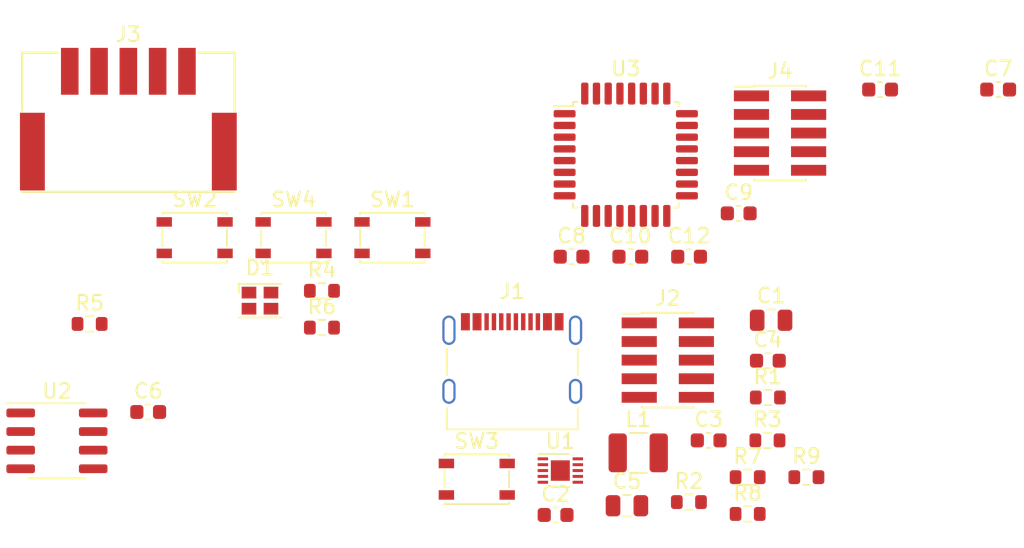
<source format=kicad_pcb>
(kicad_pcb (version 20171130) (host pcbnew "(5.1.10-1-10_14)")

  (general
    (thickness 1.6)
    (drawings 0)
    (tracks 0)
    (zones 0)
    (modules 34)
    (nets 50)
  )

  (page A4)
  (layers
    (0 F.Cu signal)
    (31 B.Cu signal)
    (32 B.Adhes user)
    (33 F.Adhes user)
    (34 B.Paste user)
    (35 F.Paste user)
    (36 B.SilkS user)
    (37 F.SilkS user)
    (38 B.Mask user)
    (39 F.Mask user)
    (40 Dwgs.User user)
    (41 Cmts.User user)
    (42 Eco1.User user)
    (43 Eco2.User user)
    (44 Edge.Cuts user)
    (45 Margin user)
    (46 B.CrtYd user)
    (47 F.CrtYd user)
    (48 B.Fab user)
    (49 F.Fab user)
  )

  (setup
    (last_trace_width 0.1524)
    (trace_clearance 0.1524)
    (zone_clearance 0.508)
    (zone_45_only no)
    (trace_min 0.1524)
    (via_size 0.6096)
    (via_drill 0.3048)
    (via_min_size 0.508)
    (via_min_drill 0.254)
    (uvia_size 0.3048)
    (uvia_drill 0.1016)
    (uvias_allowed no)
    (uvia_min_size 0.2032)
    (uvia_min_drill 0.1016)
    (edge_width 0.05)
    (segment_width 0.2)
    (pcb_text_width 0.3)
    (pcb_text_size 1.5 1.5)
    (mod_edge_width 0.12)
    (mod_text_size 1 1)
    (mod_text_width 0.15)
    (pad_size 1.524 1.524)
    (pad_drill 0.762)
    (pad_to_mask_clearance 0)
    (aux_axis_origin 0 0)
    (visible_elements FFFFFF7F)
    (pcbplotparams
      (layerselection 0x010fc_ffffffff)
      (usegerberextensions false)
      (usegerberattributes true)
      (usegerberadvancedattributes true)
      (creategerberjobfile true)
      (excludeedgelayer true)
      (linewidth 0.100000)
      (plotframeref false)
      (viasonmask false)
      (mode 1)
      (useauxorigin false)
      (hpglpennumber 1)
      (hpglpenspeed 20)
      (hpglpendiameter 15.000000)
      (psnegative false)
      (psa4output false)
      (plotreference true)
      (plotvalue true)
      (plotinvisibletext false)
      (padsonsilk false)
      (subtractmaskfromsilk false)
      (outputformat 1)
      (mirror false)
      (drillshape 1)
      (scaleselection 1)
      (outputdirectory ""))
  )

  (net 0 "")
  (net 1 GND)
  (net 2 +3V3)
  (net 3 /RST)
  (net 4 "Net-(D1-Pad4)")
  (net 5 "Net-(D1-Pad3)")
  (net 6 "Net-(D1-Pad2)")
  (net 7 /CAN/CANH)
  (net 8 /CAN/CANL)
  (net 9 /LED_B)
  (net 10 /LED_G)
  (net 11 /LED_R)
  (net 12 /DBG2)
  (net 13 /DBG1)
  (net 14 /CAN_TX)
  (net 15 /CAN_RX)
  (net 16 /NOGGIN/PA2)
  (net 17 "/NOGGIN/PA9(TX)")
  (net 18 "/NOGGIN/PA10(RX)")
  (net 19 "/NOGGIN/PA13(SWDIO)")
  (net 20 /NOGGIN/PB6)
  (net 21 /NOGGIN/PD3)
  (net 22 /NOGGIN/PD2)
  (net 23 VBUS)
  (net 24 "Net-(C3-Pad1)")
  (net 25 "Net-(C4-Pad2)")
  (net 26 "Net-(C4-Pad1)")
  (net 27 /USB_CC2)
  (net 28 /USB_DP)
  (net 29 "Net-(J1-PadA8)")
  (net 30 /USB_CC1)
  (net 31 "Net-(J1-PadB8)")
  (net 32 /USB_DM)
  (net 33 /CAN2_RX)
  (net 34 /CAN2_TX)
  (net 35 /DAC)
  (net 36 /I2C_SCL)
  (net 37 /SPI_CLK)
  (net 38 /I2C_SDA)
  (net 39 /SPI_MISO)
  (net 40 /SPI_MOSI)
  (net 41 "Net-(J3-Pad1)")
  (net 42 "Net-(J3-Pad2)")
  (net 43 "Net-(J4-Pad6)")
  (net 44 /BOOT0)
  (net 45 "Net-(R1-Pad2)")
  (net 46 /VBUS_MON)
  (net 47 "Net-(U1-Pad7)")
  (net 48 "Net-(U2-Pad8)")
  (net 49 "Net-(U2-Pad5)")

  (net_class Default "This is the default net class."
    (clearance 0.1524)
    (trace_width 0.1524)
    (via_dia 0.6096)
    (via_drill 0.3048)
    (uvia_dia 0.3048)
    (uvia_drill 0.1016)
    (diff_pair_width 0.2032)
    (diff_pair_gap 0.254)
    (add_net +3V3)
    (add_net /BOOT0)
    (add_net /CAN/CANH)
    (add_net /CAN/CANL)
    (add_net /CAN2_RX)
    (add_net /CAN2_TX)
    (add_net /CAN_RX)
    (add_net /CAN_TX)
    (add_net /DAC)
    (add_net /DBG1)
    (add_net /DBG2)
    (add_net /I2C_SCL)
    (add_net /I2C_SDA)
    (add_net /LED_B)
    (add_net /LED_G)
    (add_net /LED_R)
    (add_net "/NOGGIN/PA10(RX)")
    (add_net "/NOGGIN/PA13(SWDIO)")
    (add_net /NOGGIN/PA2)
    (add_net "/NOGGIN/PA9(TX)")
    (add_net /NOGGIN/PB6)
    (add_net /NOGGIN/PD2)
    (add_net /NOGGIN/PD3)
    (add_net /RST)
    (add_net /SPI_CLK)
    (add_net /SPI_MISO)
    (add_net /SPI_MOSI)
    (add_net /USB_CC1)
    (add_net /USB_CC2)
    (add_net /USB_DM)
    (add_net /USB_DP)
    (add_net /VBUS_MON)
    (add_net GND)
    (add_net "Net-(C3-Pad1)")
    (add_net "Net-(C4-Pad1)")
    (add_net "Net-(C4-Pad2)")
    (add_net "Net-(D1-Pad2)")
    (add_net "Net-(D1-Pad3)")
    (add_net "Net-(D1-Pad4)")
    (add_net "Net-(J1-PadA8)")
    (add_net "Net-(J1-PadB8)")
    (add_net "Net-(J3-Pad1)")
    (add_net "Net-(J3-Pad2)")
    (add_net "Net-(J4-Pad6)")
    (add_net "Net-(R1-Pad2)")
    (add_net "Net-(U1-Pad7)")
    (add_net "Net-(U2-Pad5)")
    (add_net "Net-(U2-Pad8)")
    (add_net VBUS)
  )

  (module extraparts:MAX77596ETBB+ (layer F.Cu) (tedit 61910838) (tstamp 61923682)
    (at 162.3634 116.2573)
    (path /6196895F)
    (fp_text reference U1 (at 0 -2) (layer F.SilkS)
      (effects (font (size 1 1) (thickness 0.15)))
    )
    (fp_text value MAX77596ETBB+ (at 0 -3.5) (layer F.Fab)
      (effects (font (size 1 1) (thickness 0.15)))
    )
    (fp_arc (start 0 -1.0033) (end -0.3048 -1.0033) (angle -180) (layer F.Fab) (width 0.1))
    (fp_arc (start 0 -1.0033) (end -0.207433 -1.0033) (angle -180) (layer F.CrtYd) (width 0.05))
    (fp_line (start -0.596513 1.1303) (end 0.596513 1.1303) (layer F.SilkS) (width 0.12))
    (fp_line (start 0.596513 -1.1303) (end -1.5 -1.1303) (layer F.SilkS) (width 0.12))
    (fp_line (start -1.2446 1.0033) (end 1.2446 1.0033) (layer F.Fab) (width 0.1))
    (fp_line (start 1.2446 1.0033) (end 1.2446 -1.0033) (layer F.Fab) (width 0.1))
    (fp_line (start 1.2446 -1.0033) (end -1.2446 -1.0033) (layer F.Fab) (width 0.1))
    (fp_line (start -1.2446 -1.0033) (end -1.2446 1.0033) (layer F.Fab) (width 0.1))
    (fp_line (start -1.8034 1.1556) (end -1.8034 -1.1556) (layer F.CrtYd) (width 0.05))
    (fp_line (start -1.8034 -1.1556) (end -1.4986 -1.1556) (layer F.CrtYd) (width 0.05))
    (fp_line (start -1.4986 -1.1556) (end -1.4986 -1.2573) (layer F.CrtYd) (width 0.05))
    (fp_line (start -1.4986 -1.2573) (end 1.4986 -1.2573) (layer F.CrtYd) (width 0.05))
    (fp_line (start 1.4986 -1.2573) (end 1.4986 -1.1556) (layer F.CrtYd) (width 0.05))
    (fp_line (start 1.4986 -1.1556) (end 1.8034 -1.1556) (layer F.CrtYd) (width 0.05))
    (fp_line (start 1.8034 -1.1556) (end 1.8034 1.1556) (layer F.CrtYd) (width 0.05))
    (fp_line (start 1.8034 1.1556) (end 1.4986 1.1556) (layer F.CrtYd) (width 0.05))
    (fp_line (start 1.4986 1.1556) (end 1.4986 1.2573) (layer F.CrtYd) (width 0.05))
    (fp_line (start 1.4986 1.2573) (end -1.4986 1.2573) (layer F.CrtYd) (width 0.05))
    (fp_line (start -1.4986 1.2573) (end -1.4986 1.1556) (layer F.CrtYd) (width 0.05))
    (fp_line (start -1.4986 1.1556) (end -1.8034 1.1556) (layer F.CrtYd) (width 0.05))
    (fp_circle (center -0.8382 -0.8) (end -0.762 -0.8) (layer F.Fab) (width 0.1))
    (pad 11 smd rect (at 0 0) (size 1.2954 1.397) (layers F.Cu F.Paste F.Mask)
      (net 1 GND))
    (pad 10 smd rect (at 1.1938 -0.800001) (size 0.7112 0.2032) (layers F.Cu F.Paste F.Mask)
      (net 23 VBUS))
    (pad 9 smd rect (at 1.1938 -0.399999) (size 0.7112 0.2032) (layers F.Cu F.Paste F.Mask)
      (net 2 +3V3))
    (pad 8 smd rect (at 1.1938 0) (size 0.7112 0.2032) (layers F.Cu F.Paste F.Mask)
      (net 24 "Net-(C3-Pad1)"))
    (pad 7 smd rect (at 1.1938 0.399999) (size 0.7112 0.2032) (layers F.Cu F.Paste F.Mask)
      (net 47 "Net-(U1-Pad7)"))
    (pad 6 smd rect (at 1.1938 0.800001) (size 0.7112 0.2032) (layers F.Cu F.Paste F.Mask)
      (net 45 "Net-(R1-Pad2)"))
    (pad 5 smd rect (at -1.1938 0.800001) (size 0.7112 0.2032) (layers F.Cu F.Paste F.Mask)
      (net 1 GND))
    (pad 4 smd rect (at -1.1938 0.399999) (size 0.7112 0.2032) (layers F.Cu F.Paste F.Mask)
      (net 1 GND))
    (pad 3 smd rect (at -1.1938 0) (size 0.7112 0.2032) (layers F.Cu F.Paste F.Mask)
      (net 26 "Net-(C4-Pad1)"))
    (pad 2 smd rect (at -1.1938 -0.399999) (size 0.7112 0.2032) (layers F.Cu F.Paste F.Mask)
      (net 23 VBUS))
    (pad 1 smd rect (at -1.1938 -0.800001) (size 0.7112 0.2032) (layers F.Cu F.Paste F.Mask)
      (net 25 "Net-(C4-Pad2)"))
  )

  (module Button_Switch_SMD:SW_SPST_PTS810 (layer F.Cu) (tedit 5B0610A8) (tstamp 61923642)
    (at 156.66 116.85)
    (descr "C&K Components, PTS 810 Series, Microminiature SMT Top Actuated, http://www.ckswitches.com/media/1476/pts810.pdf")
    (tags "SPST Button Switch")
    (path /61923050)
    (attr smd)
    (fp_text reference SW3 (at 0 -2.6) (layer F.SilkS)
      (effects (font (size 1 1) (thickness 0.15)))
    )
    (fp_text value BOOT0 (at 0 2.6) (layer F.Fab)
      (effects (font (size 1 1) (thickness 0.15)))
    )
    (fp_arc (start 0.4 0) (end 0.4 -1.1) (angle 180) (layer F.Fab) (width 0.1))
    (fp_arc (start -0.4 0) (end -0.4 1.1) (angle 180) (layer F.Fab) (width 0.1))
    (fp_text user %R (at 0 0) (layer F.Fab)
      (effects (font (size 0.6 0.6) (thickness 0.09)))
    )
    (fp_line (start -2.85 -1.85) (end 2.85 -1.85) (layer F.CrtYd) (width 0.05))
    (fp_line (start -2.85 1.85) (end -2.85 -1.85) (layer F.CrtYd) (width 0.05))
    (fp_line (start 2.85 1.85) (end -2.85 1.85) (layer F.CrtYd) (width 0.05))
    (fp_line (start 2.85 -1.85) (end 2.85 1.85) (layer F.CrtYd) (width 0.05))
    (fp_line (start 2.2 -1.58) (end 2.2 -1.7) (layer F.SilkS) (width 0.12))
    (fp_line (start 2.2 0.57) (end 2.2 -0.57) (layer F.SilkS) (width 0.12))
    (fp_line (start 2.2 1.7) (end 2.2 1.58) (layer F.SilkS) (width 0.12))
    (fp_line (start -2.2 1.7) (end 2.2 1.7) (layer F.SilkS) (width 0.12))
    (fp_line (start -2.2 1.58) (end -2.2 1.7) (layer F.SilkS) (width 0.12))
    (fp_line (start -2.2 -0.57) (end -2.2 0.57) (layer F.SilkS) (width 0.12))
    (fp_line (start -2.2 -1.7) (end -2.2 -1.58) (layer F.SilkS) (width 0.12))
    (fp_line (start 2.2 -1.7) (end -2.2 -1.7) (layer F.SilkS) (width 0.12))
    (fp_line (start 0.4 1.1) (end -0.4 1.1) (layer F.Fab) (width 0.1))
    (fp_line (start -0.4 -1.1) (end 0.4 -1.1) (layer F.Fab) (width 0.1))
    (fp_line (start -2.1 1.6) (end 2.1 1.6) (layer F.Fab) (width 0.1))
    (fp_line (start -2.1 -1.6) (end -2.1 1.6) (layer F.Fab) (width 0.1))
    (fp_line (start 2.1 -1.6) (end -2.1 -1.6) (layer F.Fab) (width 0.1))
    (fp_line (start 2.1 1.6) (end 2.1 -1.6) (layer F.Fab) (width 0.1))
    (pad 2 smd rect (at 2.075 1.075) (size 1.05 0.65) (layers F.Cu F.Paste F.Mask)
      (net 2 +3V3))
    (pad 2 smd rect (at -2.075 1.075) (size 1.05 0.65) (layers F.Cu F.Paste F.Mask)
      (net 2 +3V3))
    (pad 1 smd rect (at 2.075 -1.075) (size 1.05 0.65) (layers F.Cu F.Paste F.Mask)
      (net 44 /BOOT0))
    (pad 1 smd rect (at -2.075 -1.075) (size 1.05 0.65) (layers F.Cu F.Paste F.Mask)
      (net 44 /BOOT0))
    (model ${KISYS3DMOD}/Button_Switch_SMD.3dshapes/SW_SPST_PTS810.wrl
      (at (xyz 0 0 0))
      (scale (xyz 1 1 1))
      (rotate (xyz 0 0 0))
    )
  )

  (module Resistor_SMD:R_0603_1608Metric (layer F.Cu) (tedit 5F68FEEE) (tstamp 619235ED)
    (at 179.16 116.71)
    (descr "Resistor SMD 0603 (1608 Metric), square (rectangular) end terminal, IPC_7351 nominal, (Body size source: IPC-SM-782 page 72, https://www.pcb-3d.com/wordpress/wp-content/uploads/ipc-sm-782a_amendment_1_and_2.pdf), generated with kicad-footprint-generator")
    (tags resistor)
    (path /61937743)
    (attr smd)
    (fp_text reference R9 (at 0 -1.43) (layer F.SilkS)
      (effects (font (size 1 1) (thickness 0.15)))
    )
    (fp_text value 0 (at 0 1.43) (layer F.Fab)
      (effects (font (size 1 1) (thickness 0.15)))
    )
    (fp_text user %R (at 0 0) (layer F.Fab)
      (effects (font (size 0.4 0.4) (thickness 0.06)))
    )
    (fp_line (start -0.8 0.4125) (end -0.8 -0.4125) (layer F.Fab) (width 0.1))
    (fp_line (start -0.8 -0.4125) (end 0.8 -0.4125) (layer F.Fab) (width 0.1))
    (fp_line (start 0.8 -0.4125) (end 0.8 0.4125) (layer F.Fab) (width 0.1))
    (fp_line (start 0.8 0.4125) (end -0.8 0.4125) (layer F.Fab) (width 0.1))
    (fp_line (start -0.237258 -0.5225) (end 0.237258 -0.5225) (layer F.SilkS) (width 0.12))
    (fp_line (start -0.237258 0.5225) (end 0.237258 0.5225) (layer F.SilkS) (width 0.12))
    (fp_line (start -1.48 0.73) (end -1.48 -0.73) (layer F.CrtYd) (width 0.05))
    (fp_line (start -1.48 -0.73) (end 1.48 -0.73) (layer F.CrtYd) (width 0.05))
    (fp_line (start 1.48 -0.73) (end 1.48 0.73) (layer F.CrtYd) (width 0.05))
    (fp_line (start 1.48 0.73) (end -1.48 0.73) (layer F.CrtYd) (width 0.05))
    (pad 2 smd roundrect (at 0.825 0) (size 0.8 0.95) (layers F.Cu F.Paste F.Mask) (roundrect_rratio 0.25)
      (net 42 "Net-(J3-Pad2)"))
    (pad 1 smd roundrect (at -0.825 0) (size 0.8 0.95) (layers F.Cu F.Paste F.Mask) (roundrect_rratio 0.25)
      (net 2 +3V3))
    (model ${KISYS3DMOD}/Resistor_SMD.3dshapes/R_0603_1608Metric.wrl
      (at (xyz 0 0 0))
      (scale (xyz 1 1 1))
      (rotate (xyz 0 0 0))
    )
  )

  (module Resistor_SMD:R_0603_1608Metric (layer F.Cu) (tedit 5F68FEEE) (tstamp 619235DC)
    (at 175.15 119.22)
    (descr "Resistor SMD 0603 (1608 Metric), square (rectangular) end terminal, IPC_7351 nominal, (Body size source: IPC-SM-782 page 72, https://www.pcb-3d.com/wordpress/wp-content/uploads/ipc-sm-782a_amendment_1_and_2.pdf), generated with kicad-footprint-generator")
    (tags resistor)
    (path /61946BB8)
    (attr smd)
    (fp_text reference R8 (at 0 -1.43) (layer F.SilkS)
      (effects (font (size 1 1) (thickness 0.15)))
    )
    (fp_text value 2k2 (at 0 1.43) (layer F.Fab)
      (effects (font (size 1 1) (thickness 0.15)))
    )
    (fp_text user %R (at 0 0) (layer F.Fab)
      (effects (font (size 0.4 0.4) (thickness 0.06)))
    )
    (fp_line (start -0.8 0.4125) (end -0.8 -0.4125) (layer F.Fab) (width 0.1))
    (fp_line (start -0.8 -0.4125) (end 0.8 -0.4125) (layer F.Fab) (width 0.1))
    (fp_line (start 0.8 -0.4125) (end 0.8 0.4125) (layer F.Fab) (width 0.1))
    (fp_line (start 0.8 0.4125) (end -0.8 0.4125) (layer F.Fab) (width 0.1))
    (fp_line (start -0.237258 -0.5225) (end 0.237258 -0.5225) (layer F.SilkS) (width 0.12))
    (fp_line (start -0.237258 0.5225) (end 0.237258 0.5225) (layer F.SilkS) (width 0.12))
    (fp_line (start -1.48 0.73) (end -1.48 -0.73) (layer F.CrtYd) (width 0.05))
    (fp_line (start -1.48 -0.73) (end 1.48 -0.73) (layer F.CrtYd) (width 0.05))
    (fp_line (start 1.48 -0.73) (end 1.48 0.73) (layer F.CrtYd) (width 0.05))
    (fp_line (start 1.48 0.73) (end -1.48 0.73) (layer F.CrtYd) (width 0.05))
    (pad 2 smd roundrect (at 0.825 0) (size 0.8 0.95) (layers F.Cu F.Paste F.Mask) (roundrect_rratio 0.25)
      (net 2 +3V3))
    (pad 1 smd roundrect (at -0.825 0) (size 0.8 0.95) (layers F.Cu F.Paste F.Mask) (roundrect_rratio 0.25)
      (net 36 /I2C_SCL))
    (model ${KISYS3DMOD}/Resistor_SMD.3dshapes/R_0603_1608Metric.wrl
      (at (xyz 0 0 0))
      (scale (xyz 1 1 1))
      (rotate (xyz 0 0 0))
    )
  )

  (module Resistor_SMD:R_0603_1608Metric (layer F.Cu) (tedit 5F68FEEE) (tstamp 619235CB)
    (at 175.15 116.71)
    (descr "Resistor SMD 0603 (1608 Metric), square (rectangular) end terminal, IPC_7351 nominal, (Body size source: IPC-SM-782 page 72, https://www.pcb-3d.com/wordpress/wp-content/uploads/ipc-sm-782a_amendment_1_and_2.pdf), generated with kicad-footprint-generator")
    (tags resistor)
    (path /61945F33)
    (attr smd)
    (fp_text reference R7 (at 0 -1.43) (layer F.SilkS)
      (effects (font (size 1 1) (thickness 0.15)))
    )
    (fp_text value 2k2 (at 0 1.43) (layer F.Fab)
      (effects (font (size 1 1) (thickness 0.15)))
    )
    (fp_text user %R (at 0 0) (layer F.Fab)
      (effects (font (size 0.4 0.4) (thickness 0.06)))
    )
    (fp_line (start -0.8 0.4125) (end -0.8 -0.4125) (layer F.Fab) (width 0.1))
    (fp_line (start -0.8 -0.4125) (end 0.8 -0.4125) (layer F.Fab) (width 0.1))
    (fp_line (start 0.8 -0.4125) (end 0.8 0.4125) (layer F.Fab) (width 0.1))
    (fp_line (start 0.8 0.4125) (end -0.8 0.4125) (layer F.Fab) (width 0.1))
    (fp_line (start -0.237258 -0.5225) (end 0.237258 -0.5225) (layer F.SilkS) (width 0.12))
    (fp_line (start -0.237258 0.5225) (end 0.237258 0.5225) (layer F.SilkS) (width 0.12))
    (fp_line (start -1.48 0.73) (end -1.48 -0.73) (layer F.CrtYd) (width 0.05))
    (fp_line (start -1.48 -0.73) (end 1.48 -0.73) (layer F.CrtYd) (width 0.05))
    (fp_line (start 1.48 -0.73) (end 1.48 0.73) (layer F.CrtYd) (width 0.05))
    (fp_line (start 1.48 0.73) (end -1.48 0.73) (layer F.CrtYd) (width 0.05))
    (pad 2 smd roundrect (at 0.825 0) (size 0.8 0.95) (layers F.Cu F.Paste F.Mask) (roundrect_rratio 0.25)
      (net 2 +3V3))
    (pad 1 smd roundrect (at -0.825 0) (size 0.8 0.95) (layers F.Cu F.Paste F.Mask) (roundrect_rratio 0.25)
      (net 38 /I2C_SDA))
    (model ${KISYS3DMOD}/Resistor_SMD.3dshapes/R_0603_1608Metric.wrl
      (at (xyz 0 0 0))
      (scale (xyz 1 1 1))
      (rotate (xyz 0 0 0))
    )
  )

  (module Resistor_SMD:R_0603_1608Metric (layer F.Cu) (tedit 5F68FEEE) (tstamp 6192358A)
    (at 176.5 114.2)
    (descr "Resistor SMD 0603 (1608 Metric), square (rectangular) end terminal, IPC_7351 nominal, (Body size source: IPC-SM-782 page 72, https://www.pcb-3d.com/wordpress/wp-content/uploads/ipc-sm-782a_amendment_1_and_2.pdf), generated with kicad-footprint-generator")
    (tags resistor)
    (path /6194C1C5)
    (attr smd)
    (fp_text reference R3 (at 0 -1.43) (layer F.SilkS)
      (effects (font (size 1 1) (thickness 0.15)))
    )
    (fp_text value 10k (at 0 1.43) (layer F.Fab)
      (effects (font (size 1 1) (thickness 0.15)))
    )
    (fp_text user %R (at 0 0) (layer F.Fab)
      (effects (font (size 0.4 0.4) (thickness 0.06)))
    )
    (fp_line (start -0.8 0.4125) (end -0.8 -0.4125) (layer F.Fab) (width 0.1))
    (fp_line (start -0.8 -0.4125) (end 0.8 -0.4125) (layer F.Fab) (width 0.1))
    (fp_line (start 0.8 -0.4125) (end 0.8 0.4125) (layer F.Fab) (width 0.1))
    (fp_line (start 0.8 0.4125) (end -0.8 0.4125) (layer F.Fab) (width 0.1))
    (fp_line (start -0.237258 -0.5225) (end 0.237258 -0.5225) (layer F.SilkS) (width 0.12))
    (fp_line (start -0.237258 0.5225) (end 0.237258 0.5225) (layer F.SilkS) (width 0.12))
    (fp_line (start -1.48 0.73) (end -1.48 -0.73) (layer F.CrtYd) (width 0.05))
    (fp_line (start -1.48 -0.73) (end 1.48 -0.73) (layer F.CrtYd) (width 0.05))
    (fp_line (start 1.48 -0.73) (end 1.48 0.73) (layer F.CrtYd) (width 0.05))
    (fp_line (start 1.48 0.73) (end -1.48 0.73) (layer F.CrtYd) (width 0.05))
    (pad 2 smd roundrect (at 0.825 0) (size 0.8 0.95) (layers F.Cu F.Paste F.Mask) (roundrect_rratio 0.25)
      (net 1 GND))
    (pad 1 smd roundrect (at -0.825 0) (size 0.8 0.95) (layers F.Cu F.Paste F.Mask) (roundrect_rratio 0.25)
      (net 46 /VBUS_MON))
    (model ${KISYS3DMOD}/Resistor_SMD.3dshapes/R_0603_1608Metric.wrl
      (at (xyz 0 0 0))
      (scale (xyz 1 1 1))
      (rotate (xyz 0 0 0))
    )
  )

  (module Resistor_SMD:R_0603_1608Metric (layer F.Cu) (tedit 5F68FEEE) (tstamp 61923579)
    (at 171.14 118.41)
    (descr "Resistor SMD 0603 (1608 Metric), square (rectangular) end terminal, IPC_7351 nominal, (Body size source: IPC-SM-782 page 72, https://www.pcb-3d.com/wordpress/wp-content/uploads/ipc-sm-782a_amendment_1_and_2.pdf), generated with kicad-footprint-generator")
    (tags resistor)
    (path /6194B2F0)
    (attr smd)
    (fp_text reference R2 (at 0 -1.43) (layer F.SilkS)
      (effects (font (size 1 1) (thickness 0.15)))
    )
    (fp_text value 100k (at 0 1.43) (layer F.Fab)
      (effects (font (size 1 1) (thickness 0.15)))
    )
    (fp_text user %R (at 0 0) (layer F.Fab)
      (effects (font (size 0.4 0.4) (thickness 0.06)))
    )
    (fp_line (start -0.8 0.4125) (end -0.8 -0.4125) (layer F.Fab) (width 0.1))
    (fp_line (start -0.8 -0.4125) (end 0.8 -0.4125) (layer F.Fab) (width 0.1))
    (fp_line (start 0.8 -0.4125) (end 0.8 0.4125) (layer F.Fab) (width 0.1))
    (fp_line (start 0.8 0.4125) (end -0.8 0.4125) (layer F.Fab) (width 0.1))
    (fp_line (start -0.237258 -0.5225) (end 0.237258 -0.5225) (layer F.SilkS) (width 0.12))
    (fp_line (start -0.237258 0.5225) (end 0.237258 0.5225) (layer F.SilkS) (width 0.12))
    (fp_line (start -1.48 0.73) (end -1.48 -0.73) (layer F.CrtYd) (width 0.05))
    (fp_line (start -1.48 -0.73) (end 1.48 -0.73) (layer F.CrtYd) (width 0.05))
    (fp_line (start 1.48 -0.73) (end 1.48 0.73) (layer F.CrtYd) (width 0.05))
    (fp_line (start 1.48 0.73) (end -1.48 0.73) (layer F.CrtYd) (width 0.05))
    (pad 2 smd roundrect (at 0.825 0) (size 0.8 0.95) (layers F.Cu F.Paste F.Mask) (roundrect_rratio 0.25)
      (net 46 /VBUS_MON))
    (pad 1 smd roundrect (at -0.825 0) (size 0.8 0.95) (layers F.Cu F.Paste F.Mask) (roundrect_rratio 0.25)
      (net 23 VBUS))
    (model ${KISYS3DMOD}/Resistor_SMD.3dshapes/R_0603_1608Metric.wrl
      (at (xyz 0 0 0))
      (scale (xyz 1 1 1))
      (rotate (xyz 0 0 0))
    )
  )

  (module Resistor_SMD:R_0603_1608Metric (layer F.Cu) (tedit 5F68FEEE) (tstamp 61923568)
    (at 176.53 111.27)
    (descr "Resistor SMD 0603 (1608 Metric), square (rectangular) end terminal, IPC_7351 nominal, (Body size source: IPC-SM-782 page 72, https://www.pcb-3d.com/wordpress/wp-content/uploads/ipc-sm-782a_amendment_1_and_2.pdf), generated with kicad-footprint-generator")
    (tags resistor)
    (path /61978E4A)
    (attr smd)
    (fp_text reference R1 (at 0 -1.43) (layer F.SilkS)
      (effects (font (size 1 1) (thickness 0.15)))
    )
    (fp_text value 100k (at 0 1.43) (layer F.Fab)
      (effects (font (size 1 1) (thickness 0.15)))
    )
    (fp_text user %R (at 0 0) (layer F.Fab)
      (effects (font (size 0.4 0.4) (thickness 0.06)))
    )
    (fp_line (start -0.8 0.4125) (end -0.8 -0.4125) (layer F.Fab) (width 0.1))
    (fp_line (start -0.8 -0.4125) (end 0.8 -0.4125) (layer F.Fab) (width 0.1))
    (fp_line (start 0.8 -0.4125) (end 0.8 0.4125) (layer F.Fab) (width 0.1))
    (fp_line (start 0.8 0.4125) (end -0.8 0.4125) (layer F.Fab) (width 0.1))
    (fp_line (start -0.237258 -0.5225) (end 0.237258 -0.5225) (layer F.SilkS) (width 0.12))
    (fp_line (start -0.237258 0.5225) (end 0.237258 0.5225) (layer F.SilkS) (width 0.12))
    (fp_line (start -1.48 0.73) (end -1.48 -0.73) (layer F.CrtYd) (width 0.05))
    (fp_line (start -1.48 -0.73) (end 1.48 -0.73) (layer F.CrtYd) (width 0.05))
    (fp_line (start 1.48 -0.73) (end 1.48 0.73) (layer F.CrtYd) (width 0.05))
    (fp_line (start 1.48 0.73) (end -1.48 0.73) (layer F.CrtYd) (width 0.05))
    (pad 2 smd roundrect (at 0.825 0) (size 0.8 0.95) (layers F.Cu F.Paste F.Mask) (roundrect_rratio 0.25)
      (net 45 "Net-(R1-Pad2)"))
    (pad 1 smd roundrect (at -0.825 0) (size 0.8 0.95) (layers F.Cu F.Paste F.Mask) (roundrect_rratio 0.25)
      (net 24 "Net-(C3-Pad1)"))
    (model ${KISYS3DMOD}/Resistor_SMD.3dshapes/R_0603_1608Metric.wrl
      (at (xyz 0 0 0))
      (scale (xyz 1 1 1))
      (rotate (xyz 0 0 0))
    )
  )

  (module Inductor_SMD:L_1210_3225Metric (layer F.Cu) (tedit 5F68FEF0) (tstamp 61923557)
    (at 167.68 115.05)
    (descr "Inductor SMD 1210 (3225 Metric), square (rectangular) end terminal, IPC_7351 nominal, (Body size source: http://www.tortai-tech.com/upload/download/2011102023233369053.pdf), generated with kicad-footprint-generator")
    (tags inductor)
    (path /61975CF5)
    (attr smd)
    (fp_text reference L1 (at 0 -2.28) (layer F.SilkS)
      (effects (font (size 1 1) (thickness 0.15)))
    )
    (fp_text value 10u (at 0 2.28) (layer F.Fab)
      (effects (font (size 1 1) (thickness 0.15)))
    )
    (fp_text user %R (at 0 0) (layer F.Fab)
      (effects (font (size 0.8 0.8) (thickness 0.12)))
    )
    (fp_line (start -1.6 1.25) (end -1.6 -1.25) (layer F.Fab) (width 0.1))
    (fp_line (start -1.6 -1.25) (end 1.6 -1.25) (layer F.Fab) (width 0.1))
    (fp_line (start 1.6 -1.25) (end 1.6 1.25) (layer F.Fab) (width 0.1))
    (fp_line (start 1.6 1.25) (end -1.6 1.25) (layer F.Fab) (width 0.1))
    (fp_line (start -0.602064 -1.36) (end 0.602064 -1.36) (layer F.SilkS) (width 0.12))
    (fp_line (start -0.602064 1.36) (end 0.602064 1.36) (layer F.SilkS) (width 0.12))
    (fp_line (start -2.28 1.58) (end -2.28 -1.58) (layer F.CrtYd) (width 0.05))
    (fp_line (start -2.28 -1.58) (end 2.28 -1.58) (layer F.CrtYd) (width 0.05))
    (fp_line (start 2.28 -1.58) (end 2.28 1.58) (layer F.CrtYd) (width 0.05))
    (fp_line (start 2.28 1.58) (end -2.28 1.58) (layer F.CrtYd) (width 0.05))
    (pad 2 smd roundrect (at 1.4 0) (size 1.25 2.65) (layers F.Cu F.Paste F.Mask) (roundrect_rratio 0.2)
      (net 2 +3V3))
    (pad 1 smd roundrect (at -1.4 0) (size 1.25 2.65) (layers F.Cu F.Paste F.Mask) (roundrect_rratio 0.2)
      (net 26 "Net-(C4-Pad1)"))
    (model ${KISYS3DMOD}/Inductor_SMD.3dshapes/L_1210_3225Metric.wrl
      (at (xyz 0 0 0))
      (scale (xyz 1 1 1))
      (rotate (xyz 0 0 0))
    )
  )

  (module extraparts:Molex_DuraClik_RH_5pin (layer F.Cu) (tedit 5F9FCE3A) (tstamp 61913F7C)
    (at 132.874999 97.234999)
    (path /5E645745)
    (fp_text reference J3 (at 0 -10.75) (layer F.SilkS)
      (effects (font (size 1 1) (thickness 0.15)))
    )
    (fp_text value CAN (at 0 -12.25) (layer F.Fab)
      (effects (font (size 1 1) (thickness 0.15)))
    )
    (fp_line (start 7.25 -9.5) (end 7.25 -5.5) (layer F.SilkS) (width 0.15))
    (fp_line (start 4.794 -9.5) (end 7.25 -9.5) (layer F.SilkS) (width 0.15))
    (fp_line (start -7.25 -9.5) (end -7.25 -5.5) (layer F.SilkS) (width 0.15))
    (fp_line (start -4.794 -9.5) (end -7.25 -9.5) (layer F.SilkS) (width 0.15))
    (fp_line (start -7.25 0) (end 7.25 0) (layer F.SilkS) (width 0.15))
    (pad 4 smd rect (at 2 -8.23) (size 1.2 3.2) (layers F.Cu F.Paste F.Mask)
      (net 7 /CAN/CANH))
    (pad 3 smd rect (at 0 -8.23) (size 1.2 3.2) (layers F.Cu F.Paste F.Mask)
      (net 1 GND))
    (pad 1 smd rect (at -4 -8.23) (size 1.2 3.2) (layers F.Cu F.Paste F.Mask)
      (net 41 "Net-(J3-Pad1)"))
    (pad MP smd rect (at -6.55 -2.75) (size 1.7 5.3) (layers F.Cu F.Paste F.Mask))
    (pad 2 smd rect (at -2 -8.23) (size 1.2 3.2) (layers F.Cu F.Paste F.Mask)
      (net 42 "Net-(J3-Pad2)"))
    (pad MP smd rect (at 6.55 -2.75) (size 1.7 5.3) (layers F.Cu F.Paste F.Mask))
    (pad 5 smd rect (at 4 -8.23) (size 1.2 3.2) (layers F.Cu F.Paste F.Mask)
      (net 8 /CAN/CANL))
    (model :extraparts3d:5023520510.stp
      (offset (xyz 0 5 3))
      (scale (xyz 1 1 1))
      (rotate (xyz 0 0 180))
    )
  )

  (module Connector_PinHeader_1.27mm:PinHeader_2x05_P1.27mm_Vertical_SMD (layer F.Cu) (tedit 59FED6E3) (tstamp 619234FB)
    (at 169.7 108.72)
    (descr "surface-mounted straight pin header, 2x05, 1.27mm pitch, double rows")
    (tags "Surface mounted pin header SMD 2x05 1.27mm double row")
    (path /6193D59E)
    (attr smd)
    (fp_text reference J2 (at 0 -4.235) (layer F.SilkS)
      (effects (font (size 1 1) (thickness 0.15)))
    )
    (fp_text value SPI/I2C/CAN/DAC (at 0 4.235) (layer F.Fab)
      (effects (font (size 1 1) (thickness 0.15)))
    )
    (fp_text user %R (at 0 0 90) (layer F.Fab)
      (effects (font (size 1 1) (thickness 0.15)))
    )
    (fp_line (start 1.705 3.175) (end -1.705 3.175) (layer F.Fab) (width 0.1))
    (fp_line (start -1.27 -3.175) (end 1.705 -3.175) (layer F.Fab) (width 0.1))
    (fp_line (start -1.705 3.175) (end -1.705 -2.74) (layer F.Fab) (width 0.1))
    (fp_line (start -1.705 -2.74) (end -1.27 -3.175) (layer F.Fab) (width 0.1))
    (fp_line (start 1.705 -3.175) (end 1.705 3.175) (layer F.Fab) (width 0.1))
    (fp_line (start -1.705 -2.74) (end -2.75 -2.74) (layer F.Fab) (width 0.1))
    (fp_line (start -2.75 -2.74) (end -2.75 -2.34) (layer F.Fab) (width 0.1))
    (fp_line (start -2.75 -2.34) (end -1.705 -2.34) (layer F.Fab) (width 0.1))
    (fp_line (start 1.705 -2.74) (end 2.75 -2.74) (layer F.Fab) (width 0.1))
    (fp_line (start 2.75 -2.74) (end 2.75 -2.34) (layer F.Fab) (width 0.1))
    (fp_line (start 2.75 -2.34) (end 1.705 -2.34) (layer F.Fab) (width 0.1))
    (fp_line (start -1.705 -1.47) (end -2.75 -1.47) (layer F.Fab) (width 0.1))
    (fp_line (start -2.75 -1.47) (end -2.75 -1.07) (layer F.Fab) (width 0.1))
    (fp_line (start -2.75 -1.07) (end -1.705 -1.07) (layer F.Fab) (width 0.1))
    (fp_line (start 1.705 -1.47) (end 2.75 -1.47) (layer F.Fab) (width 0.1))
    (fp_line (start 2.75 -1.47) (end 2.75 -1.07) (layer F.Fab) (width 0.1))
    (fp_line (start 2.75 -1.07) (end 1.705 -1.07) (layer F.Fab) (width 0.1))
    (fp_line (start -1.705 -0.2) (end -2.75 -0.2) (layer F.Fab) (width 0.1))
    (fp_line (start -2.75 -0.2) (end -2.75 0.2) (layer F.Fab) (width 0.1))
    (fp_line (start -2.75 0.2) (end -1.705 0.2) (layer F.Fab) (width 0.1))
    (fp_line (start 1.705 -0.2) (end 2.75 -0.2) (layer F.Fab) (width 0.1))
    (fp_line (start 2.75 -0.2) (end 2.75 0.2) (layer F.Fab) (width 0.1))
    (fp_line (start 2.75 0.2) (end 1.705 0.2) (layer F.Fab) (width 0.1))
    (fp_line (start -1.705 1.07) (end -2.75 1.07) (layer F.Fab) (width 0.1))
    (fp_line (start -2.75 1.07) (end -2.75 1.47) (layer F.Fab) (width 0.1))
    (fp_line (start -2.75 1.47) (end -1.705 1.47) (layer F.Fab) (width 0.1))
    (fp_line (start 1.705 1.07) (end 2.75 1.07) (layer F.Fab) (width 0.1))
    (fp_line (start 2.75 1.07) (end 2.75 1.47) (layer F.Fab) (width 0.1))
    (fp_line (start 2.75 1.47) (end 1.705 1.47) (layer F.Fab) (width 0.1))
    (fp_line (start -1.705 2.34) (end -2.75 2.34) (layer F.Fab) (width 0.1))
    (fp_line (start -2.75 2.34) (end -2.75 2.74) (layer F.Fab) (width 0.1))
    (fp_line (start -2.75 2.74) (end -1.705 2.74) (layer F.Fab) (width 0.1))
    (fp_line (start 1.705 2.34) (end 2.75 2.34) (layer F.Fab) (width 0.1))
    (fp_line (start 2.75 2.34) (end 2.75 2.74) (layer F.Fab) (width 0.1))
    (fp_line (start 2.75 2.74) (end 1.705 2.74) (layer F.Fab) (width 0.1))
    (fp_line (start -1.765 -3.235) (end 1.765 -3.235) (layer F.SilkS) (width 0.12))
    (fp_line (start -1.765 3.235) (end 1.765 3.235) (layer F.SilkS) (width 0.12))
    (fp_line (start -3.09 -3.17) (end -1.765 -3.17) (layer F.SilkS) (width 0.12))
    (fp_line (start -1.765 -3.235) (end -1.765 -3.17) (layer F.SilkS) (width 0.12))
    (fp_line (start 1.765 -3.235) (end 1.765 -3.17) (layer F.SilkS) (width 0.12))
    (fp_line (start -1.765 3.17) (end -1.765 3.235) (layer F.SilkS) (width 0.12))
    (fp_line (start 1.765 3.17) (end 1.765 3.235) (layer F.SilkS) (width 0.12))
    (fp_line (start -4.3 -3.7) (end -4.3 3.7) (layer F.CrtYd) (width 0.05))
    (fp_line (start -4.3 3.7) (end 4.3 3.7) (layer F.CrtYd) (width 0.05))
    (fp_line (start 4.3 3.7) (end 4.3 -3.7) (layer F.CrtYd) (width 0.05))
    (fp_line (start 4.3 -3.7) (end -4.3 -3.7) (layer F.CrtYd) (width 0.05))
    (pad 10 smd rect (at 1.95 2.54) (size 2.4 0.74) (layers F.Cu F.Paste F.Mask)
      (net 33 /CAN2_RX))
    (pad 9 smd rect (at -1.95 2.54) (size 2.4 0.74) (layers F.Cu F.Paste F.Mask)
      (net 34 /CAN2_TX))
    (pad 8 smd rect (at 1.95 1.27) (size 2.4 0.74) (layers F.Cu F.Paste F.Mask)
      (net 35 /DAC))
    (pad 7 smd rect (at -1.95 1.27) (size 2.4 0.74) (layers F.Cu F.Paste F.Mask)
      (net 36 /I2C_SCL))
    (pad 6 smd rect (at 1.95 0) (size 2.4 0.74) (layers F.Cu F.Paste F.Mask)
      (net 37 /SPI_CLK))
    (pad 5 smd rect (at -1.95 0) (size 2.4 0.74) (layers F.Cu F.Paste F.Mask)
      (net 38 /I2C_SDA))
    (pad 4 smd rect (at 1.95 -1.27) (size 2.4 0.74) (layers F.Cu F.Paste F.Mask)
      (net 39 /SPI_MISO))
    (pad 3 smd rect (at -1.95 -1.27) (size 2.4 0.74) (layers F.Cu F.Paste F.Mask)
      (net 1 GND))
    (pad 2 smd rect (at 1.95 -2.54) (size 2.4 0.74) (layers F.Cu F.Paste F.Mask)
      (net 40 /SPI_MOSI))
    (pad 1 smd rect (at -1.95 -2.54) (size 2.4 0.74) (layers F.Cu F.Paste F.Mask)
      (net 2 +3V3))
    (model ${KISYS3DMOD}/Connector_PinHeader_1.27mm.3dshapes/PinHeader_2x05_P1.27mm_Vertical_SMD.wrl
      (at (xyz 0 0 0))
      (scale (xyz 1 1 1))
      (rotate (xyz 0 0 0))
    )
  )

  (module Connector_USB:USB_C_Receptacle_Palconn_UTC16-G (layer F.Cu) (tedit 5CF432E0) (tstamp 619234BE)
    (at 159.08 108.61)
    (descr http://www.palpilot.com/wp-content/uploads/2017/05/UTC027-GKN-OR-Rev-A.pdf)
    (tags "USB C Type-C Receptacle USB2.0")
    (path /61953933)
    (attr smd)
    (fp_text reference J1 (at 0 -4.58) (layer F.SilkS)
      (effects (font (size 1 1) (thickness 0.15)))
    )
    (fp_text value USB4105-GF-A (at 0 6.24) (layer F.Fab)
      (effects (font (size 1 1) (thickness 0.15)))
    )
    (fp_text user "PCB Edge" (at 0 3.43) (layer Dwgs.User)
      (effects (font (size 1 1) (thickness 0.15)))
    )
    (fp_text user %R (at 0 1.18) (layer F.Fab)
      (effects (font (size 1 1) (thickness 0.15)))
    )
    (fp_line (start 4.47 4.84) (end -4.47 4.84) (layer F.SilkS) (width 0.12))
    (fp_line (start 4.47 -0.67) (end 4.47 1.13) (layer F.SilkS) (width 0.12))
    (fp_line (start 4.47 4.84) (end 4.47 3.38) (layer F.SilkS) (width 0.12))
    (fp_line (start -4.47 4.84) (end -4.47 3.38) (layer F.SilkS) (width 0.12))
    (fp_line (start -4.47 -0.67) (end -4.47 1.13) (layer F.SilkS) (width 0.12))
    (fp_line (start -4.47 4.34) (end 4.47 4.34) (layer Dwgs.User) (width 0.1))
    (fp_line (start 5.27 5.34) (end 5.27 -3.59) (layer F.CrtYd) (width 0.05))
    (fp_line (start 5.27 -3.59) (end -5.27 -3.59) (layer F.CrtYd) (width 0.05))
    (fp_line (start -5.27 -3.59) (end -5.27 5.34) (layer F.CrtYd) (width 0.05))
    (fp_line (start -5.27 5.34) (end 5.27 5.34) (layer F.CrtYd) (width 0.05))
    (fp_line (start -4.47 -2.48) (end -4.47 4.84) (layer F.Fab) (width 0.1))
    (fp_line (start 4.47 4.84) (end -4.47 4.84) (layer F.Fab) (width 0.1))
    (fp_line (start 4.47 -2.48) (end 4.47 4.84) (layer F.Fab) (width 0.1))
    (fp_line (start -4.47 -2.48) (end 4.47 -2.48) (layer F.Fab) (width 0.1))
    (pad A12 smd rect (at 3.2 -2.51) (size 0.6 1.16) (layers F.Cu F.Paste F.Mask)
      (net 1 GND))
    (pad A9 smd rect (at 2.4 -2.51) (size 0.6 1.16) (layers F.Cu F.Paste F.Mask)
      (net 23 VBUS))
    (pad B1 smd rect (at 3.2 -2.51) (size 0.6 1.16) (layers F.Cu F.Paste F.Mask)
      (net 1 GND))
    (pad B4 smd rect (at 2.4 -2.51) (size 0.6 1.16) (layers F.Cu F.Paste F.Mask)
      (net 23 VBUS))
    (pad B12 smd rect (at -3.2 -2.51) (size 0.6 1.16) (layers F.Cu F.Paste F.Mask)
      (net 1 GND))
    (pad A1 smd rect (at -3.2 -2.51) (size 0.6 1.16) (layers F.Cu F.Paste F.Mask)
      (net 1 GND))
    (pad B9 smd rect (at -2.4 -2.51) (size 0.6 1.16) (layers F.Cu F.Paste F.Mask)
      (net 23 VBUS))
    (pad A4 smd rect (at -2.4 -2.51) (size 0.6 1.16) (layers F.Cu F.Paste F.Mask)
      (net 23 VBUS))
    (pad "" np_thru_hole circle (at -2.89 -1.45 180) (size 0.6 0.6) (drill 0.6) (layers *.Cu *.Mask))
    (pad "" np_thru_hole circle (at 2.89 -1.45 180) (size 0.6 0.6) (drill 0.6) (layers *.Cu *.Mask))
    (pad B5 smd rect (at 1.75 -2.51 180) (size 0.3 1.16) (layers F.Cu F.Paste F.Mask)
      (net 27 /USB_CC2))
    (pad B6 smd rect (at 0.75 -2.51 180) (size 0.3 1.16) (layers F.Cu F.Paste F.Mask)
      (net 28 /USB_DP))
    (pad A8 smd rect (at 1.25 -2.51 180) (size 0.3 1.16) (layers F.Cu F.Paste F.Mask)
      (net 29 "Net-(J1-PadA8)"))
    (pad A5 smd rect (at -1.25 -2.51 180) (size 0.3 1.16) (layers F.Cu F.Paste F.Mask)
      (net 30 /USB_CC1))
    (pad B8 smd rect (at -1.75 -2.51 180) (size 0.3 1.16) (layers F.Cu F.Paste F.Mask)
      (net 31 "Net-(J1-PadB8)"))
    (pad A7 smd rect (at 0.25 -2.51 180) (size 0.3 1.16) (layers F.Cu F.Paste F.Mask)
      (net 32 /USB_DM))
    (pad A6 smd rect (at -0.25 -2.51 180) (size 0.3 1.16) (layers F.Cu F.Paste F.Mask)
      (net 28 /USB_DP))
    (pad B7 smd rect (at -0.75 -2.51 180) (size 0.3 1.16) (layers F.Cu F.Paste F.Mask)
      (net 32 /USB_DM))
    (pad S1 thru_hole oval (at 4.32 2.24 90) (size 1.7 0.9) (drill oval 1.4 0.6) (layers *.Cu *.Mask)
      (net 1 GND))
    (pad S1 thru_hole oval (at -4.32 2.24 90) (size 1.7 0.9) (drill oval 1.4 0.6) (layers *.Cu *.Mask)
      (net 1 GND))
    (pad S1 thru_hole oval (at 4.32 -1.93 90) (size 2 0.9) (drill oval 1.7 0.6) (layers *.Cu *.Mask)
      (net 1 GND))
    (pad S1 thru_hole oval (at -4.32 -1.93 90) (size 2 0.9) (drill oval 1.7 0.6) (layers *.Cu *.Mask)
      (net 1 GND))
    (model ${KISYS3DMOD}/Connector_USB.3dshapes/USB_C_Receptacle_Palconn_UTC16-G.wrl
      (at (xyz 0 0 0))
      (scale (xyz 1 1 1))
      (rotate (xyz 0 0 0))
    )
  )

  (module Capacitor_SMD:C_0805_2012Metric (layer F.Cu) (tedit 5F68FEEE) (tstamp 619233FA)
    (at 166.91 118.66)
    (descr "Capacitor SMD 0805 (2012 Metric), square (rectangular) end terminal, IPC_7351 nominal, (Body size source: IPC-SM-782 page 76, https://www.pcb-3d.com/wordpress/wp-content/uploads/ipc-sm-782a_amendment_1_and_2.pdf, https://docs.google.com/spreadsheets/d/1BsfQQcO9C6DZCsRaXUlFlo91Tg2WpOkGARC1WS5S8t0/edit?usp=sharing), generated with kicad-footprint-generator")
    (tags capacitor)
    (path /61977E33)
    (attr smd)
    (fp_text reference C5 (at 0 -1.68) (layer F.SilkS)
      (effects (font (size 1 1) (thickness 0.15)))
    )
    (fp_text value 22u (at 0 1.68) (layer F.Fab)
      (effects (font (size 1 1) (thickness 0.15)))
    )
    (fp_text user %R (at 0 0) (layer F.Fab)
      (effects (font (size 0.5 0.5) (thickness 0.08)))
    )
    (fp_line (start -1 0.625) (end -1 -0.625) (layer F.Fab) (width 0.1))
    (fp_line (start -1 -0.625) (end 1 -0.625) (layer F.Fab) (width 0.1))
    (fp_line (start 1 -0.625) (end 1 0.625) (layer F.Fab) (width 0.1))
    (fp_line (start 1 0.625) (end -1 0.625) (layer F.Fab) (width 0.1))
    (fp_line (start -0.261252 -0.735) (end 0.261252 -0.735) (layer F.SilkS) (width 0.12))
    (fp_line (start -0.261252 0.735) (end 0.261252 0.735) (layer F.SilkS) (width 0.12))
    (fp_line (start -1.7 0.98) (end -1.7 -0.98) (layer F.CrtYd) (width 0.05))
    (fp_line (start -1.7 -0.98) (end 1.7 -0.98) (layer F.CrtYd) (width 0.05))
    (fp_line (start 1.7 -0.98) (end 1.7 0.98) (layer F.CrtYd) (width 0.05))
    (fp_line (start 1.7 0.98) (end -1.7 0.98) (layer F.CrtYd) (width 0.05))
    (pad 2 smd roundrect (at 0.95 0) (size 1 1.45) (layers F.Cu F.Paste F.Mask) (roundrect_rratio 0.25)
      (net 1 GND))
    (pad 1 smd roundrect (at -0.95 0) (size 1 1.45) (layers F.Cu F.Paste F.Mask) (roundrect_rratio 0.25)
      (net 2 +3V3))
    (model ${KISYS3DMOD}/Capacitor_SMD.3dshapes/C_0805_2012Metric.wrl
      (at (xyz 0 0 0))
      (scale (xyz 1 1 1))
      (rotate (xyz 0 0 0))
    )
  )

  (module Capacitor_SMD:C_0603_1608Metric (layer F.Cu) (tedit 5F68FEEE) (tstamp 619233E9)
    (at 176.53 108.76)
    (descr "Capacitor SMD 0603 (1608 Metric), square (rectangular) end terminal, IPC_7351 nominal, (Body size source: IPC-SM-782 page 76, https://www.pcb-3d.com/wordpress/wp-content/uploads/ipc-sm-782a_amendment_1_and_2.pdf), generated with kicad-footprint-generator")
    (tags capacitor)
    (path /619779B0)
    (attr smd)
    (fp_text reference C4 (at 0 -1.43) (layer F.SilkS)
      (effects (font (size 1 1) (thickness 0.15)))
    )
    (fp_text value 100n (at 0 1.43) (layer F.Fab)
      (effects (font (size 1 1) (thickness 0.15)))
    )
    (fp_text user %R (at 0 0) (layer F.Fab)
      (effects (font (size 0.4 0.4) (thickness 0.06)))
    )
    (fp_line (start -0.8 0.4) (end -0.8 -0.4) (layer F.Fab) (width 0.1))
    (fp_line (start -0.8 -0.4) (end 0.8 -0.4) (layer F.Fab) (width 0.1))
    (fp_line (start 0.8 -0.4) (end 0.8 0.4) (layer F.Fab) (width 0.1))
    (fp_line (start 0.8 0.4) (end -0.8 0.4) (layer F.Fab) (width 0.1))
    (fp_line (start -0.14058 -0.51) (end 0.14058 -0.51) (layer F.SilkS) (width 0.12))
    (fp_line (start -0.14058 0.51) (end 0.14058 0.51) (layer F.SilkS) (width 0.12))
    (fp_line (start -1.48 0.73) (end -1.48 -0.73) (layer F.CrtYd) (width 0.05))
    (fp_line (start -1.48 -0.73) (end 1.48 -0.73) (layer F.CrtYd) (width 0.05))
    (fp_line (start 1.48 -0.73) (end 1.48 0.73) (layer F.CrtYd) (width 0.05))
    (fp_line (start 1.48 0.73) (end -1.48 0.73) (layer F.CrtYd) (width 0.05))
    (pad 2 smd roundrect (at 0.775 0) (size 0.9 0.95) (layers F.Cu F.Paste F.Mask) (roundrect_rratio 0.25)
      (net 25 "Net-(C4-Pad2)"))
    (pad 1 smd roundrect (at -0.775 0) (size 0.9 0.95) (layers F.Cu F.Paste F.Mask) (roundrect_rratio 0.25)
      (net 26 "Net-(C4-Pad1)"))
    (model ${KISYS3DMOD}/Capacitor_SMD.3dshapes/C_0603_1608Metric.wrl
      (at (xyz 0 0 0))
      (scale (xyz 1 1 1))
      (rotate (xyz 0 0 0))
    )
  )

  (module Capacitor_SMD:C_0603_1608Metric (layer F.Cu) (tedit 5F68FEEE) (tstamp 619233D8)
    (at 172.49 114.2)
    (descr "Capacitor SMD 0603 (1608 Metric), square (rectangular) end terminal, IPC_7351 nominal, (Body size source: IPC-SM-782 page 76, https://www.pcb-3d.com/wordpress/wp-content/uploads/ipc-sm-782a_amendment_1_and_2.pdf), generated with kicad-footprint-generator")
    (tags capacitor)
    (path /6197845A)
    (attr smd)
    (fp_text reference C3 (at 0 -1.43) (layer F.SilkS)
      (effects (font (size 1 1) (thickness 0.15)))
    )
    (fp_text value 1u (at 0 1.43) (layer F.Fab)
      (effects (font (size 1 1) (thickness 0.15)))
    )
    (fp_text user %R (at 0 0) (layer F.Fab)
      (effects (font (size 0.4 0.4) (thickness 0.06)))
    )
    (fp_line (start -0.8 0.4) (end -0.8 -0.4) (layer F.Fab) (width 0.1))
    (fp_line (start -0.8 -0.4) (end 0.8 -0.4) (layer F.Fab) (width 0.1))
    (fp_line (start 0.8 -0.4) (end 0.8 0.4) (layer F.Fab) (width 0.1))
    (fp_line (start 0.8 0.4) (end -0.8 0.4) (layer F.Fab) (width 0.1))
    (fp_line (start -0.14058 -0.51) (end 0.14058 -0.51) (layer F.SilkS) (width 0.12))
    (fp_line (start -0.14058 0.51) (end 0.14058 0.51) (layer F.SilkS) (width 0.12))
    (fp_line (start -1.48 0.73) (end -1.48 -0.73) (layer F.CrtYd) (width 0.05))
    (fp_line (start -1.48 -0.73) (end 1.48 -0.73) (layer F.CrtYd) (width 0.05))
    (fp_line (start 1.48 -0.73) (end 1.48 0.73) (layer F.CrtYd) (width 0.05))
    (fp_line (start 1.48 0.73) (end -1.48 0.73) (layer F.CrtYd) (width 0.05))
    (pad 2 smd roundrect (at 0.775 0) (size 0.9 0.95) (layers F.Cu F.Paste F.Mask) (roundrect_rratio 0.25)
      (net 1 GND))
    (pad 1 smd roundrect (at -0.775 0) (size 0.9 0.95) (layers F.Cu F.Paste F.Mask) (roundrect_rratio 0.25)
      (net 24 "Net-(C3-Pad1)"))
    (model ${KISYS3DMOD}/Capacitor_SMD.3dshapes/C_0603_1608Metric.wrl
      (at (xyz 0 0 0))
      (scale (xyz 1 1 1))
      (rotate (xyz 0 0 0))
    )
  )

  (module Capacitor_SMD:C_0603_1608Metric (layer F.Cu) (tedit 5F68FEEE) (tstamp 619233C7)
    (at 162.04 119.29)
    (descr "Capacitor SMD 0603 (1608 Metric), square (rectangular) end terminal, IPC_7351 nominal, (Body size source: IPC-SM-782 page 76, https://www.pcb-3d.com/wordpress/wp-content/uploads/ipc-sm-782a_amendment_1_and_2.pdf), generated with kicad-footprint-generator")
    (tags capacitor)
    (path /6196AF2D)
    (attr smd)
    (fp_text reference C2 (at 0 -1.43) (layer F.SilkS)
      (effects (font (size 1 1) (thickness 0.15)))
    )
    (fp_text value 100n (at 0 1.43) (layer F.Fab)
      (effects (font (size 1 1) (thickness 0.15)))
    )
    (fp_text user %R (at 0 0) (layer F.Fab)
      (effects (font (size 0.4 0.4) (thickness 0.06)))
    )
    (fp_line (start -0.8 0.4) (end -0.8 -0.4) (layer F.Fab) (width 0.1))
    (fp_line (start -0.8 -0.4) (end 0.8 -0.4) (layer F.Fab) (width 0.1))
    (fp_line (start 0.8 -0.4) (end 0.8 0.4) (layer F.Fab) (width 0.1))
    (fp_line (start 0.8 0.4) (end -0.8 0.4) (layer F.Fab) (width 0.1))
    (fp_line (start -0.14058 -0.51) (end 0.14058 -0.51) (layer F.SilkS) (width 0.12))
    (fp_line (start -0.14058 0.51) (end 0.14058 0.51) (layer F.SilkS) (width 0.12))
    (fp_line (start -1.48 0.73) (end -1.48 -0.73) (layer F.CrtYd) (width 0.05))
    (fp_line (start -1.48 -0.73) (end 1.48 -0.73) (layer F.CrtYd) (width 0.05))
    (fp_line (start 1.48 -0.73) (end 1.48 0.73) (layer F.CrtYd) (width 0.05))
    (fp_line (start 1.48 0.73) (end -1.48 0.73) (layer F.CrtYd) (width 0.05))
    (pad 2 smd roundrect (at 0.775 0) (size 0.9 0.95) (layers F.Cu F.Paste F.Mask) (roundrect_rratio 0.25)
      (net 1 GND))
    (pad 1 smd roundrect (at -0.775 0) (size 0.9 0.95) (layers F.Cu F.Paste F.Mask) (roundrect_rratio 0.25)
      (net 23 VBUS))
    (model ${KISYS3DMOD}/Capacitor_SMD.3dshapes/C_0603_1608Metric.wrl
      (at (xyz 0 0 0))
      (scale (xyz 1 1 1))
      (rotate (xyz 0 0 0))
    )
  )

  (module Capacitor_SMD:C_0805_2012Metric (layer F.Cu) (tedit 5F68FEEE) (tstamp 619233B6)
    (at 176.75 106)
    (descr "Capacitor SMD 0805 (2012 Metric), square (rectangular) end terminal, IPC_7351 nominal, (Body size source: IPC-SM-782 page 76, https://www.pcb-3d.com/wordpress/wp-content/uploads/ipc-sm-782a_amendment_1_and_2.pdf, https://docs.google.com/spreadsheets/d/1BsfQQcO9C6DZCsRaXUlFlo91Tg2WpOkGARC1WS5S8t0/edit?usp=sharing), generated with kicad-footprint-generator")
    (tags capacitor)
    (path /6196AA22)
    (attr smd)
    (fp_text reference C1 (at 0 -1.68) (layer F.SilkS)
      (effects (font (size 1 1) (thickness 0.15)))
    )
    (fp_text value 22u (at 0 1.68) (layer F.Fab)
      (effects (font (size 1 1) (thickness 0.15)))
    )
    (fp_text user %R (at 0 0) (layer F.Fab)
      (effects (font (size 0.5 0.5) (thickness 0.08)))
    )
    (fp_line (start -1 0.625) (end -1 -0.625) (layer F.Fab) (width 0.1))
    (fp_line (start -1 -0.625) (end 1 -0.625) (layer F.Fab) (width 0.1))
    (fp_line (start 1 -0.625) (end 1 0.625) (layer F.Fab) (width 0.1))
    (fp_line (start 1 0.625) (end -1 0.625) (layer F.Fab) (width 0.1))
    (fp_line (start -0.261252 -0.735) (end 0.261252 -0.735) (layer F.SilkS) (width 0.12))
    (fp_line (start -0.261252 0.735) (end 0.261252 0.735) (layer F.SilkS) (width 0.12))
    (fp_line (start -1.7 0.98) (end -1.7 -0.98) (layer F.CrtYd) (width 0.05))
    (fp_line (start -1.7 -0.98) (end 1.7 -0.98) (layer F.CrtYd) (width 0.05))
    (fp_line (start 1.7 -0.98) (end 1.7 0.98) (layer F.CrtYd) (width 0.05))
    (fp_line (start 1.7 0.98) (end -1.7 0.98) (layer F.CrtYd) (width 0.05))
    (pad 2 smd roundrect (at 0.95 0) (size 1 1.45) (layers F.Cu F.Paste F.Mask) (roundrect_rratio 0.25)
      (net 1 GND))
    (pad 1 smd roundrect (at -0.95 0) (size 1 1.45) (layers F.Cu F.Paste F.Mask) (roundrect_rratio 0.25)
      (net 23 VBUS))
    (model ${KISYS3DMOD}/Capacitor_SMD.3dshapes/C_0805_2012Metric.wrl
      (at (xyz 0 0 0))
      (scale (xyz 1 1 1))
      (rotate (xyz 0 0 0))
    )
  )

  (module Package_QFP:LQFP-32_7x7mm_P0.8mm (layer F.Cu) (tedit 5D9F72AF) (tstamp 61915203)
    (at 166.83 94.7)
    (descr "LQFP, 32 Pin (https://www.nxp.com/docs/en/package-information/SOT358-1.pdf), generated with kicad-footprint-generator ipc_gullwing_generator.py")
    (tags "LQFP QFP")
    (path /619122E5/61918497)
    (attr smd)
    (fp_text reference U3 (at 0 -5.88) (layer F.SilkS)
      (effects (font (size 1 1) (thickness 0.15)))
    )
    (fp_text value STM32G0B1KxTxN (at 0 5.88) (layer F.Fab)
      (effects (font (size 1 1) (thickness 0.15)))
    )
    (fp_line (start 5.18 3.3) (end 5.18 0) (layer F.CrtYd) (width 0.05))
    (fp_line (start 3.75 3.3) (end 5.18 3.3) (layer F.CrtYd) (width 0.05))
    (fp_line (start 3.75 3.75) (end 3.75 3.3) (layer F.CrtYd) (width 0.05))
    (fp_line (start 3.3 3.75) (end 3.75 3.75) (layer F.CrtYd) (width 0.05))
    (fp_line (start 3.3 5.18) (end 3.3 3.75) (layer F.CrtYd) (width 0.05))
    (fp_line (start 0 5.18) (end 3.3 5.18) (layer F.CrtYd) (width 0.05))
    (fp_line (start -5.18 3.3) (end -5.18 0) (layer F.CrtYd) (width 0.05))
    (fp_line (start -3.75 3.3) (end -5.18 3.3) (layer F.CrtYd) (width 0.05))
    (fp_line (start -3.75 3.75) (end -3.75 3.3) (layer F.CrtYd) (width 0.05))
    (fp_line (start -3.3 3.75) (end -3.75 3.75) (layer F.CrtYd) (width 0.05))
    (fp_line (start -3.3 5.18) (end -3.3 3.75) (layer F.CrtYd) (width 0.05))
    (fp_line (start 0 5.18) (end -3.3 5.18) (layer F.CrtYd) (width 0.05))
    (fp_line (start 5.18 -3.3) (end 5.18 0) (layer F.CrtYd) (width 0.05))
    (fp_line (start 3.75 -3.3) (end 5.18 -3.3) (layer F.CrtYd) (width 0.05))
    (fp_line (start 3.75 -3.75) (end 3.75 -3.3) (layer F.CrtYd) (width 0.05))
    (fp_line (start 3.3 -3.75) (end 3.75 -3.75) (layer F.CrtYd) (width 0.05))
    (fp_line (start 3.3 -5.18) (end 3.3 -3.75) (layer F.CrtYd) (width 0.05))
    (fp_line (start 0 -5.18) (end 3.3 -5.18) (layer F.CrtYd) (width 0.05))
    (fp_line (start -5.18 -3.3) (end -5.18 0) (layer F.CrtYd) (width 0.05))
    (fp_line (start -3.75 -3.3) (end -5.18 -3.3) (layer F.CrtYd) (width 0.05))
    (fp_line (start -3.75 -3.75) (end -3.75 -3.3) (layer F.CrtYd) (width 0.05))
    (fp_line (start -3.3 -3.75) (end -3.75 -3.75) (layer F.CrtYd) (width 0.05))
    (fp_line (start -3.3 -5.18) (end -3.3 -3.75) (layer F.CrtYd) (width 0.05))
    (fp_line (start 0 -5.18) (end -3.3 -5.18) (layer F.CrtYd) (width 0.05))
    (fp_line (start -3.5 -2.5) (end -2.5 -3.5) (layer F.Fab) (width 0.1))
    (fp_line (start -3.5 3.5) (end -3.5 -2.5) (layer F.Fab) (width 0.1))
    (fp_line (start 3.5 3.5) (end -3.5 3.5) (layer F.Fab) (width 0.1))
    (fp_line (start 3.5 -3.5) (end 3.5 3.5) (layer F.Fab) (width 0.1))
    (fp_line (start -2.5 -3.5) (end 3.5 -3.5) (layer F.Fab) (width 0.1))
    (fp_line (start -3.61 -3.31) (end -4.925 -3.31) (layer F.SilkS) (width 0.12))
    (fp_line (start -3.61 -3.61) (end -3.61 -3.31) (layer F.SilkS) (width 0.12))
    (fp_line (start -3.31 -3.61) (end -3.61 -3.61) (layer F.SilkS) (width 0.12))
    (fp_line (start 3.61 -3.61) (end 3.61 -3.31) (layer F.SilkS) (width 0.12))
    (fp_line (start 3.31 -3.61) (end 3.61 -3.61) (layer F.SilkS) (width 0.12))
    (fp_line (start -3.61 3.61) (end -3.61 3.31) (layer F.SilkS) (width 0.12))
    (fp_line (start -3.31 3.61) (end -3.61 3.61) (layer F.SilkS) (width 0.12))
    (fp_line (start 3.61 3.61) (end 3.61 3.31) (layer F.SilkS) (width 0.12))
    (fp_line (start 3.31 3.61) (end 3.61 3.61) (layer F.SilkS) (width 0.12))
    (fp_text user %R (at 0 0) (layer F.Fab)
      (effects (font (size 1 1) (thickness 0.15)))
    )
    (pad 32 smd roundrect (at -2.8 -4.175) (size 0.5 1.5) (layers F.Cu F.Paste F.Mask) (roundrect_rratio 0.25)
      (net 10 /LED_G))
    (pad 31 smd roundrect (at -2 -4.175) (size 0.5 1.5) (layers F.Cu F.Paste F.Mask) (roundrect_rratio 0.25)
      (net 11 /LED_R))
    (pad 30 smd roundrect (at -1.2 -4.175) (size 0.5 1.5) (layers F.Cu F.Paste F.Mask) (roundrect_rratio 0.25)
      (net 20 /NOGGIN/PB6))
    (pad 29 smd roundrect (at -0.4 -4.175) (size 0.5 1.5) (layers F.Cu F.Paste F.Mask) (roundrect_rratio 0.25)
      (net 21 /NOGGIN/PD3))
    (pad 28 smd roundrect (at 0.4 -4.175) (size 0.5 1.5) (layers F.Cu F.Paste F.Mask) (roundrect_rratio 0.25)
      (net 22 /NOGGIN/PD2))
    (pad 27 smd roundrect (at 1.2 -4.175) (size 0.5 1.5) (layers F.Cu F.Paste F.Mask) (roundrect_rratio 0.25)
      (net 14 /CAN_TX))
    (pad 26 smd roundrect (at 2 -4.175) (size 0.5 1.5) (layers F.Cu F.Paste F.Mask) (roundrect_rratio 0.25)
      (net 15 /CAN_RX))
    (pad 25 smd roundrect (at 2.8 -4.175) (size 0.5 1.5) (layers F.Cu F.Paste F.Mask) (roundrect_rratio 0.25)
      (net 44 /BOOT0))
    (pad 24 smd roundrect (at 4.175 -2.8) (size 1.5 0.5) (layers F.Cu F.Paste F.Mask) (roundrect_rratio 0.25)
      (net 19 "/NOGGIN/PA13(SWDIO)"))
    (pad 23 smd roundrect (at 4.175 -2) (size 1.5 0.5) (layers F.Cu F.Paste F.Mask) (roundrect_rratio 0.25)
      (net 28 /USB_DP))
    (pad 22 smd roundrect (at 4.175 -1.2) (size 1.5 0.5) (layers F.Cu F.Paste F.Mask) (roundrect_rratio 0.25)
      (net 32 /USB_DM))
    (pad 21 smd roundrect (at 4.175 -0.4) (size 1.5 0.5) (layers F.Cu F.Paste F.Mask) (roundrect_rratio 0.25)
      (net 18 "/NOGGIN/PA10(RX)"))
    (pad 20 smd roundrect (at 4.175 0.4) (size 1.5 0.5) (layers F.Cu F.Paste F.Mask) (roundrect_rratio 0.25)
      (net 2 +3V3))
    (pad 19 smd roundrect (at 4.175 1.2) (size 1.5 0.5) (layers F.Cu F.Paste F.Mask) (roundrect_rratio 0.25)
      (net 17 "/NOGGIN/PA9(TX)"))
    (pad 18 smd roundrect (at 4.175 2) (size 1.5 0.5) (layers F.Cu F.Paste F.Mask) (roundrect_rratio 0.25)
      (net 30 /USB_CC1))
    (pad 17 smd roundrect (at 4.175 2.8) (size 1.5 0.5) (layers F.Cu F.Paste F.Mask) (roundrect_rratio 0.25)
      (net 27 /USB_CC2))
    (pad 16 smd roundrect (at 2.8 4.175) (size 0.5 1.5) (layers F.Cu F.Paste F.Mask) (roundrect_rratio 0.25)
      (net 34 /CAN2_TX))
    (pad 15 smd roundrect (at 2 4.175) (size 0.5 1.5) (layers F.Cu F.Paste F.Mask) (roundrect_rratio 0.25)
      (net 33 /CAN2_RX))
    (pad 14 smd roundrect (at 1.2 4.175) (size 0.5 1.5) (layers F.Cu F.Paste F.Mask) (roundrect_rratio 0.25)
      (net 36 /I2C_SCL))
    (pad 13 smd roundrect (at 0.4 4.175) (size 0.5 1.5) (layers F.Cu F.Paste F.Mask) (roundrect_rratio 0.25)
      (net 38 /I2C_SDA))
    (pad 12 smd roundrect (at -0.4 4.175) (size 0.5 1.5) (layers F.Cu F.Paste F.Mask) (roundrect_rratio 0.25)
      (net 35 /DAC))
    (pad 11 smd roundrect (at -1.2 4.175) (size 0.5 1.5) (layers F.Cu F.Paste F.Mask) (roundrect_rratio 0.25)
      (net 40 /SPI_MOSI))
    (pad 10 smd roundrect (at -2 4.175) (size 0.5 1.5) (layers F.Cu F.Paste F.Mask) (roundrect_rratio 0.25)
      (net 39 /SPI_MISO))
    (pad 9 smd roundrect (at -2.8 4.175) (size 0.5 1.5) (layers F.Cu F.Paste F.Mask) (roundrect_rratio 0.25)
      (net 16 /NOGGIN/PA2))
    (pad 8 smd roundrect (at -4.175 2.8) (size 1.5 0.5) (layers F.Cu F.Paste F.Mask) (roundrect_rratio 0.25)
      (net 46 /VBUS_MON))
    (pad 7 smd roundrect (at -4.175 2) (size 1.5 0.5) (layers F.Cu F.Paste F.Mask) (roundrect_rratio 0.25)
      (net 37 /SPI_CLK))
    (pad 6 smd roundrect (at -4.175 1.2) (size 1.5 0.5) (layers F.Cu F.Paste F.Mask) (roundrect_rratio 0.25)
      (net 3 /RST))
    (pad 5 smd roundrect (at -4.175 0.4) (size 1.5 0.5) (layers F.Cu F.Paste F.Mask) (roundrect_rratio 0.25)
      (net 1 GND))
    (pad 4 smd roundrect (at -4.175 -0.4) (size 1.5 0.5) (layers F.Cu F.Paste F.Mask) (roundrect_rratio 0.25)
      (net 2 +3V3))
    (pad 3 smd roundrect (at -4.175 -1.2) (size 1.5 0.5) (layers F.Cu F.Paste F.Mask) (roundrect_rratio 0.25)
      (net 12 /DBG2))
    (pad 2 smd roundrect (at -4.175 -2) (size 1.5 0.5) (layers F.Cu F.Paste F.Mask) (roundrect_rratio 0.25)
      (net 13 /DBG1))
    (pad 1 smd roundrect (at -4.175 -2.8) (size 1.5 0.5) (layers F.Cu F.Paste F.Mask) (roundrect_rratio 0.25)
      (net 9 /LED_B))
    (model ${KISYS3DMOD}/Package_QFP.3dshapes/LQFP-32_7x7mm_P0.8mm.wrl
      (at (xyz 0 0 0))
      (scale (xyz 1 1 1))
      (rotate (xyz 0 0 0))
    )
  )

  (module Connector_PinHeader_1.27mm:PinHeader_2x05_P1.27mm_Vertical_SMD (layer F.Cu) (tedit 59FED6E3) (tstamp 61915097)
    (at 177.36 93.22)
    (descr "surface-mounted straight pin header, 2x05, 1.27mm pitch, double rows")
    (tags "Surface mounted pin header SMD 2x05 1.27mm double row")
    (path /619122E5/5E8308C2)
    (attr smd)
    (fp_text reference J4 (at 0 -4.235) (layer F.SilkS)
      (effects (font (size 1 1) (thickness 0.15)))
    )
    (fp_text value SWD_UART (at 0 4.235) (layer F.Fab)
      (effects (font (size 1 1) (thickness 0.15)))
    )
    (fp_line (start 4.3 -3.7) (end -4.3 -3.7) (layer F.CrtYd) (width 0.05))
    (fp_line (start 4.3 3.7) (end 4.3 -3.7) (layer F.CrtYd) (width 0.05))
    (fp_line (start -4.3 3.7) (end 4.3 3.7) (layer F.CrtYd) (width 0.05))
    (fp_line (start -4.3 -3.7) (end -4.3 3.7) (layer F.CrtYd) (width 0.05))
    (fp_line (start 1.765 3.17) (end 1.765 3.235) (layer F.SilkS) (width 0.12))
    (fp_line (start -1.765 3.17) (end -1.765 3.235) (layer F.SilkS) (width 0.12))
    (fp_line (start 1.765 -3.235) (end 1.765 -3.17) (layer F.SilkS) (width 0.12))
    (fp_line (start -1.765 -3.235) (end -1.765 -3.17) (layer F.SilkS) (width 0.12))
    (fp_line (start -3.09 -3.17) (end -1.765 -3.17) (layer F.SilkS) (width 0.12))
    (fp_line (start -1.765 3.235) (end 1.765 3.235) (layer F.SilkS) (width 0.12))
    (fp_line (start -1.765 -3.235) (end 1.765 -3.235) (layer F.SilkS) (width 0.12))
    (fp_line (start 2.75 2.74) (end 1.705 2.74) (layer F.Fab) (width 0.1))
    (fp_line (start 2.75 2.34) (end 2.75 2.74) (layer F.Fab) (width 0.1))
    (fp_line (start 1.705 2.34) (end 2.75 2.34) (layer F.Fab) (width 0.1))
    (fp_line (start -2.75 2.74) (end -1.705 2.74) (layer F.Fab) (width 0.1))
    (fp_line (start -2.75 2.34) (end -2.75 2.74) (layer F.Fab) (width 0.1))
    (fp_line (start -1.705 2.34) (end -2.75 2.34) (layer F.Fab) (width 0.1))
    (fp_line (start 2.75 1.47) (end 1.705 1.47) (layer F.Fab) (width 0.1))
    (fp_line (start 2.75 1.07) (end 2.75 1.47) (layer F.Fab) (width 0.1))
    (fp_line (start 1.705 1.07) (end 2.75 1.07) (layer F.Fab) (width 0.1))
    (fp_line (start -2.75 1.47) (end -1.705 1.47) (layer F.Fab) (width 0.1))
    (fp_line (start -2.75 1.07) (end -2.75 1.47) (layer F.Fab) (width 0.1))
    (fp_line (start -1.705 1.07) (end -2.75 1.07) (layer F.Fab) (width 0.1))
    (fp_line (start 2.75 0.2) (end 1.705 0.2) (layer F.Fab) (width 0.1))
    (fp_line (start 2.75 -0.2) (end 2.75 0.2) (layer F.Fab) (width 0.1))
    (fp_line (start 1.705 -0.2) (end 2.75 -0.2) (layer F.Fab) (width 0.1))
    (fp_line (start -2.75 0.2) (end -1.705 0.2) (layer F.Fab) (width 0.1))
    (fp_line (start -2.75 -0.2) (end -2.75 0.2) (layer F.Fab) (width 0.1))
    (fp_line (start -1.705 -0.2) (end -2.75 -0.2) (layer F.Fab) (width 0.1))
    (fp_line (start 2.75 -1.07) (end 1.705 -1.07) (layer F.Fab) (width 0.1))
    (fp_line (start 2.75 -1.47) (end 2.75 -1.07) (layer F.Fab) (width 0.1))
    (fp_line (start 1.705 -1.47) (end 2.75 -1.47) (layer F.Fab) (width 0.1))
    (fp_line (start -2.75 -1.07) (end -1.705 -1.07) (layer F.Fab) (width 0.1))
    (fp_line (start -2.75 -1.47) (end -2.75 -1.07) (layer F.Fab) (width 0.1))
    (fp_line (start -1.705 -1.47) (end -2.75 -1.47) (layer F.Fab) (width 0.1))
    (fp_line (start 2.75 -2.34) (end 1.705 -2.34) (layer F.Fab) (width 0.1))
    (fp_line (start 2.75 -2.74) (end 2.75 -2.34) (layer F.Fab) (width 0.1))
    (fp_line (start 1.705 -2.74) (end 2.75 -2.74) (layer F.Fab) (width 0.1))
    (fp_line (start -2.75 -2.34) (end -1.705 -2.34) (layer F.Fab) (width 0.1))
    (fp_line (start -2.75 -2.74) (end -2.75 -2.34) (layer F.Fab) (width 0.1))
    (fp_line (start -1.705 -2.74) (end -2.75 -2.74) (layer F.Fab) (width 0.1))
    (fp_line (start 1.705 -3.175) (end 1.705 3.175) (layer F.Fab) (width 0.1))
    (fp_line (start -1.705 -2.74) (end -1.27 -3.175) (layer F.Fab) (width 0.1))
    (fp_line (start -1.705 3.175) (end -1.705 -2.74) (layer F.Fab) (width 0.1))
    (fp_line (start -1.27 -3.175) (end 1.705 -3.175) (layer F.Fab) (width 0.1))
    (fp_line (start 1.705 3.175) (end -1.705 3.175) (layer F.Fab) (width 0.1))
    (fp_text user %R (at 0 0 90) (layer F.Fab)
      (effects (font (size 1 1) (thickness 0.15)))
    )
    (pad 10 smd rect (at 1.95 2.54) (size 2.4 0.74) (layers F.Cu F.Paste F.Mask)
      (net 3 /RST))
    (pad 9 smd rect (at -1.95 2.54) (size 2.4 0.74) (layers F.Cu F.Paste F.Mask)
      (net 1 GND))
    (pad 8 smd rect (at 1.95 1.27) (size 2.4 0.74) (layers F.Cu F.Paste F.Mask)
      (net 17 "/NOGGIN/PA9(TX)"))
    (pad 7 smd rect (at -1.95 1.27) (size 2.4 0.74) (layers F.Cu F.Paste F.Mask)
      (net 18 "/NOGGIN/PA10(RX)"))
    (pad 6 smd rect (at 1.95 0) (size 2.4 0.74) (layers F.Cu F.Paste F.Mask)
      (net 43 "Net-(J4-Pad6)"))
    (pad 5 smd rect (at -1.95 0) (size 2.4 0.74) (layers F.Cu F.Paste F.Mask)
      (net 1 GND))
    (pad 4 smd rect (at 1.95 -1.27) (size 2.4 0.74) (layers F.Cu F.Paste F.Mask)
      (net 44 /BOOT0))
    (pad 3 smd rect (at -1.95 -1.27) (size 2.4 0.74) (layers F.Cu F.Paste F.Mask)
      (net 1 GND))
    (pad 2 smd rect (at 1.95 -2.54) (size 2.4 0.74) (layers F.Cu F.Paste F.Mask)
      (net 19 "/NOGGIN/PA13(SWDIO)"))
    (pad 1 smd rect (at -1.95 -2.54) (size 2.4 0.74) (layers F.Cu F.Paste F.Mask)
      (net 2 +3V3))
    (model ${KISYS3DMOD}/Connector_PinHeader_1.27mm.3dshapes/PinHeader_2x05_P1.27mm_Vertical_SMD.wrl
      (at (xyz 0 0 0))
      (scale (xyz 1 1 1))
      (rotate (xyz 0 0 0))
    )
  )

  (module Capacitor_SMD:C_0603_1608Metric (layer F.Cu) (tedit 5F68FEEE) (tstamp 61914FAC)
    (at 171.15 101.66)
    (descr "Capacitor SMD 0603 (1608 Metric), square (rectangular) end terminal, IPC_7351 nominal, (Body size source: IPC-SM-782 page 76, https://www.pcb-3d.com/wordpress/wp-content/uploads/ipc-sm-782a_amendment_1_and_2.pdf), generated with kicad-footprint-generator")
    (tags capacitor)
    (path /619122E5/6191B5F2)
    (attr smd)
    (fp_text reference C12 (at 0 -1.43) (layer F.SilkS)
      (effects (font (size 1 1) (thickness 0.15)))
    )
    (fp_text value 4.7u (at 0 1.43) (layer F.Fab)
      (effects (font (size 1 1) (thickness 0.15)))
    )
    (fp_line (start 1.48 0.73) (end -1.48 0.73) (layer F.CrtYd) (width 0.05))
    (fp_line (start 1.48 -0.73) (end 1.48 0.73) (layer F.CrtYd) (width 0.05))
    (fp_line (start -1.48 -0.73) (end 1.48 -0.73) (layer F.CrtYd) (width 0.05))
    (fp_line (start -1.48 0.73) (end -1.48 -0.73) (layer F.CrtYd) (width 0.05))
    (fp_line (start -0.14058 0.51) (end 0.14058 0.51) (layer F.SilkS) (width 0.12))
    (fp_line (start -0.14058 -0.51) (end 0.14058 -0.51) (layer F.SilkS) (width 0.12))
    (fp_line (start 0.8 0.4) (end -0.8 0.4) (layer F.Fab) (width 0.1))
    (fp_line (start 0.8 -0.4) (end 0.8 0.4) (layer F.Fab) (width 0.1))
    (fp_line (start -0.8 -0.4) (end 0.8 -0.4) (layer F.Fab) (width 0.1))
    (fp_line (start -0.8 0.4) (end -0.8 -0.4) (layer F.Fab) (width 0.1))
    (fp_text user %R (at 0 0) (layer F.Fab)
      (effects (font (size 0.4 0.4) (thickness 0.06)))
    )
    (pad 2 smd roundrect (at 0.775 0) (size 0.9 0.95) (layers F.Cu F.Paste F.Mask) (roundrect_rratio 0.25)
      (net 1 GND))
    (pad 1 smd roundrect (at -0.775 0) (size 0.9 0.95) (layers F.Cu F.Paste F.Mask) (roundrect_rratio 0.25)
      (net 2 +3V3))
    (model ${KISYS3DMOD}/Capacitor_SMD.3dshapes/C_0603_1608Metric.wrl
      (at (xyz 0 0 0))
      (scale (xyz 1 1 1))
      (rotate (xyz 0 0 0))
    )
  )

  (module Capacitor_SMD:C_0603_1608Metric (layer F.Cu) (tedit 5F68FEEE) (tstamp 61914F9B)
    (at 184.19 90.25)
    (descr "Capacitor SMD 0603 (1608 Metric), square (rectangular) end terminal, IPC_7351 nominal, (Body size source: IPC-SM-782 page 76, https://www.pcb-3d.com/wordpress/wp-content/uploads/ipc-sm-782a_amendment_1_and_2.pdf), generated with kicad-footprint-generator")
    (tags capacitor)
    (path /619122E5/6191B5EC)
    (attr smd)
    (fp_text reference C11 (at 0 -1.43) (layer F.SilkS)
      (effects (font (size 1 1) (thickness 0.15)))
    )
    (fp_text value 100n (at 0 1.43) (layer F.Fab)
      (effects (font (size 1 1) (thickness 0.15)))
    )
    (fp_line (start 1.48 0.73) (end -1.48 0.73) (layer F.CrtYd) (width 0.05))
    (fp_line (start 1.48 -0.73) (end 1.48 0.73) (layer F.CrtYd) (width 0.05))
    (fp_line (start -1.48 -0.73) (end 1.48 -0.73) (layer F.CrtYd) (width 0.05))
    (fp_line (start -1.48 0.73) (end -1.48 -0.73) (layer F.CrtYd) (width 0.05))
    (fp_line (start -0.14058 0.51) (end 0.14058 0.51) (layer F.SilkS) (width 0.12))
    (fp_line (start -0.14058 -0.51) (end 0.14058 -0.51) (layer F.SilkS) (width 0.12))
    (fp_line (start 0.8 0.4) (end -0.8 0.4) (layer F.Fab) (width 0.1))
    (fp_line (start 0.8 -0.4) (end 0.8 0.4) (layer F.Fab) (width 0.1))
    (fp_line (start -0.8 -0.4) (end 0.8 -0.4) (layer F.Fab) (width 0.1))
    (fp_line (start -0.8 0.4) (end -0.8 -0.4) (layer F.Fab) (width 0.1))
    (fp_text user %R (at 0 0) (layer F.Fab)
      (effects (font (size 0.4 0.4) (thickness 0.06)))
    )
    (pad 2 smd roundrect (at 0.775 0) (size 0.9 0.95) (layers F.Cu F.Paste F.Mask) (roundrect_rratio 0.25)
      (net 1 GND))
    (pad 1 smd roundrect (at -0.775 0) (size 0.9 0.95) (layers F.Cu F.Paste F.Mask) (roundrect_rratio 0.25)
      (net 2 +3V3))
    (model ${KISYS3DMOD}/Capacitor_SMD.3dshapes/C_0603_1608Metric.wrl
      (at (xyz 0 0 0))
      (scale (xyz 1 1 1))
      (rotate (xyz 0 0 0))
    )
  )

  (module Capacitor_SMD:C_0603_1608Metric (layer F.Cu) (tedit 5F68FEEE) (tstamp 61914F8A)
    (at 167.14 101.66)
    (descr "Capacitor SMD 0603 (1608 Metric), square (rectangular) end terminal, IPC_7351 nominal, (Body size source: IPC-SM-782 page 76, https://www.pcb-3d.com/wordpress/wp-content/uploads/ipc-sm-782a_amendment_1_and_2.pdf), generated with kicad-footprint-generator")
    (tags capacitor)
    (path /619122E5/6191A4D0)
    (attr smd)
    (fp_text reference C10 (at 0 -1.43) (layer F.SilkS)
      (effects (font (size 1 1) (thickness 0.15)))
    )
    (fp_text value 4.7u (at 0 1.43) (layer F.Fab)
      (effects (font (size 1 1) (thickness 0.15)))
    )
    (fp_line (start 1.48 0.73) (end -1.48 0.73) (layer F.CrtYd) (width 0.05))
    (fp_line (start 1.48 -0.73) (end 1.48 0.73) (layer F.CrtYd) (width 0.05))
    (fp_line (start -1.48 -0.73) (end 1.48 -0.73) (layer F.CrtYd) (width 0.05))
    (fp_line (start -1.48 0.73) (end -1.48 -0.73) (layer F.CrtYd) (width 0.05))
    (fp_line (start -0.14058 0.51) (end 0.14058 0.51) (layer F.SilkS) (width 0.12))
    (fp_line (start -0.14058 -0.51) (end 0.14058 -0.51) (layer F.SilkS) (width 0.12))
    (fp_line (start 0.8 0.4) (end -0.8 0.4) (layer F.Fab) (width 0.1))
    (fp_line (start 0.8 -0.4) (end 0.8 0.4) (layer F.Fab) (width 0.1))
    (fp_line (start -0.8 -0.4) (end 0.8 -0.4) (layer F.Fab) (width 0.1))
    (fp_line (start -0.8 0.4) (end -0.8 -0.4) (layer F.Fab) (width 0.1))
    (fp_text user %R (at 0 0) (layer F.Fab)
      (effects (font (size 0.4 0.4) (thickness 0.06)))
    )
    (pad 2 smd roundrect (at 0.775 0) (size 0.9 0.95) (layers F.Cu F.Paste F.Mask) (roundrect_rratio 0.25)
      (net 1 GND))
    (pad 1 smd roundrect (at -0.775 0) (size 0.9 0.95) (layers F.Cu F.Paste F.Mask) (roundrect_rratio 0.25)
      (net 2 +3V3))
    (model ${KISYS3DMOD}/Capacitor_SMD.3dshapes/C_0603_1608Metric.wrl
      (at (xyz 0 0 0))
      (scale (xyz 1 1 1))
      (rotate (xyz 0 0 0))
    )
  )

  (module Capacitor_SMD:C_0603_1608Metric (layer F.Cu) (tedit 5F68FEEE) (tstamp 61914F79)
    (at 174.54 98.7)
    (descr "Capacitor SMD 0603 (1608 Metric), square (rectangular) end terminal, IPC_7351 nominal, (Body size source: IPC-SM-782 page 76, https://www.pcb-3d.com/wordpress/wp-content/uploads/ipc-sm-782a_amendment_1_and_2.pdf), generated with kicad-footprint-generator")
    (tags capacitor)
    (path /619122E5/61919FC1)
    (attr smd)
    (fp_text reference C9 (at 0 -1.43) (layer F.SilkS)
      (effects (font (size 1 1) (thickness 0.15)))
    )
    (fp_text value 100n (at 0 1.43) (layer F.Fab)
      (effects (font (size 1 1) (thickness 0.15)))
    )
    (fp_line (start 1.48 0.73) (end -1.48 0.73) (layer F.CrtYd) (width 0.05))
    (fp_line (start 1.48 -0.73) (end 1.48 0.73) (layer F.CrtYd) (width 0.05))
    (fp_line (start -1.48 -0.73) (end 1.48 -0.73) (layer F.CrtYd) (width 0.05))
    (fp_line (start -1.48 0.73) (end -1.48 -0.73) (layer F.CrtYd) (width 0.05))
    (fp_line (start -0.14058 0.51) (end 0.14058 0.51) (layer F.SilkS) (width 0.12))
    (fp_line (start -0.14058 -0.51) (end 0.14058 -0.51) (layer F.SilkS) (width 0.12))
    (fp_line (start 0.8 0.4) (end -0.8 0.4) (layer F.Fab) (width 0.1))
    (fp_line (start 0.8 -0.4) (end 0.8 0.4) (layer F.Fab) (width 0.1))
    (fp_line (start -0.8 -0.4) (end 0.8 -0.4) (layer F.Fab) (width 0.1))
    (fp_line (start -0.8 0.4) (end -0.8 -0.4) (layer F.Fab) (width 0.1))
    (fp_text user %R (at 0 0) (layer F.Fab)
      (effects (font (size 0.4 0.4) (thickness 0.06)))
    )
    (pad 2 smd roundrect (at 0.775 0) (size 0.9 0.95) (layers F.Cu F.Paste F.Mask) (roundrect_rratio 0.25)
      (net 1 GND))
    (pad 1 smd roundrect (at -0.775 0) (size 0.9 0.95) (layers F.Cu F.Paste F.Mask) (roundrect_rratio 0.25)
      (net 2 +3V3))
    (model ${KISYS3DMOD}/Capacitor_SMD.3dshapes/C_0603_1608Metric.wrl
      (at (xyz 0 0 0))
      (scale (xyz 1 1 1))
      (rotate (xyz 0 0 0))
    )
  )

  (module Capacitor_SMD:C_0603_1608Metric (layer F.Cu) (tedit 5F68FEEE) (tstamp 61914F68)
    (at 163.13 101.66)
    (descr "Capacitor SMD 0603 (1608 Metric), square (rectangular) end terminal, IPC_7351 nominal, (Body size source: IPC-SM-782 page 76, https://www.pcb-3d.com/wordpress/wp-content/uploads/ipc-sm-782a_amendment_1_and_2.pdf), generated with kicad-footprint-generator")
    (tags capacitor)
    (path /619122E5/61921F89)
    (attr smd)
    (fp_text reference C8 (at 0 -1.43) (layer F.SilkS)
      (effects (font (size 1 1) (thickness 0.15)))
    )
    (fp_text value 100n (at 0 1.43) (layer F.Fab)
      (effects (font (size 1 1) (thickness 0.15)))
    )
    (fp_line (start 1.48 0.73) (end -1.48 0.73) (layer F.CrtYd) (width 0.05))
    (fp_line (start 1.48 -0.73) (end 1.48 0.73) (layer F.CrtYd) (width 0.05))
    (fp_line (start -1.48 -0.73) (end 1.48 -0.73) (layer F.CrtYd) (width 0.05))
    (fp_line (start -1.48 0.73) (end -1.48 -0.73) (layer F.CrtYd) (width 0.05))
    (fp_line (start -0.14058 0.51) (end 0.14058 0.51) (layer F.SilkS) (width 0.12))
    (fp_line (start -0.14058 -0.51) (end 0.14058 -0.51) (layer F.SilkS) (width 0.12))
    (fp_line (start 0.8 0.4) (end -0.8 0.4) (layer F.Fab) (width 0.1))
    (fp_line (start 0.8 -0.4) (end 0.8 0.4) (layer F.Fab) (width 0.1))
    (fp_line (start -0.8 -0.4) (end 0.8 -0.4) (layer F.Fab) (width 0.1))
    (fp_line (start -0.8 0.4) (end -0.8 -0.4) (layer F.Fab) (width 0.1))
    (fp_text user %R (at 0 0) (layer F.Fab)
      (effects (font (size 0.4 0.4) (thickness 0.06)))
    )
    (pad 2 smd roundrect (at 0.775 0) (size 0.9 0.95) (layers F.Cu F.Paste F.Mask) (roundrect_rratio 0.25)
      (net 1 GND))
    (pad 1 smd roundrect (at -0.775 0) (size 0.9 0.95) (layers F.Cu F.Paste F.Mask) (roundrect_rratio 0.25)
      (net 3 /RST))
    (model ${KISYS3DMOD}/Capacitor_SMD.3dshapes/C_0603_1608Metric.wrl
      (at (xyz 0 0 0))
      (scale (xyz 1 1 1))
      (rotate (xyz 0 0 0))
    )
  )

  (module Capacitor_SMD:C_0603_1608Metric (layer F.Cu) (tedit 5F68FEEE) (tstamp 61914F57)
    (at 192.25 90.25)
    (descr "Capacitor SMD 0603 (1608 Metric), square (rectangular) end terminal, IPC_7351 nominal, (Body size source: IPC-SM-782 page 76, https://www.pcb-3d.com/wordpress/wp-content/uploads/ipc-sm-782a_amendment_1_and_2.pdf), generated with kicad-footprint-generator")
    (tags capacitor)
    (path /5FA798F2/61913C8F)
    (attr smd)
    (fp_text reference C7 (at 0 -1.43) (layer F.SilkS)
      (effects (font (size 1 1) (thickness 0.15)))
    )
    (fp_text value 4.7u (at 0 1.43) (layer F.Fab)
      (effects (font (size 1 1) (thickness 0.15)))
    )
    (fp_line (start 1.48 0.73) (end -1.48 0.73) (layer F.CrtYd) (width 0.05))
    (fp_line (start 1.48 -0.73) (end 1.48 0.73) (layer F.CrtYd) (width 0.05))
    (fp_line (start -1.48 -0.73) (end 1.48 -0.73) (layer F.CrtYd) (width 0.05))
    (fp_line (start -1.48 0.73) (end -1.48 -0.73) (layer F.CrtYd) (width 0.05))
    (fp_line (start -0.14058 0.51) (end 0.14058 0.51) (layer F.SilkS) (width 0.12))
    (fp_line (start -0.14058 -0.51) (end 0.14058 -0.51) (layer F.SilkS) (width 0.12))
    (fp_line (start 0.8 0.4) (end -0.8 0.4) (layer F.Fab) (width 0.1))
    (fp_line (start 0.8 -0.4) (end 0.8 0.4) (layer F.Fab) (width 0.1))
    (fp_line (start -0.8 -0.4) (end 0.8 -0.4) (layer F.Fab) (width 0.1))
    (fp_line (start -0.8 0.4) (end -0.8 -0.4) (layer F.Fab) (width 0.1))
    (fp_text user %R (at 0 0) (layer F.Fab)
      (effects (font (size 0.4 0.4) (thickness 0.06)))
    )
    (pad 2 smd roundrect (at 0.775 0) (size 0.9 0.95) (layers F.Cu F.Paste F.Mask) (roundrect_rratio 0.25)
      (net 1 GND))
    (pad 1 smd roundrect (at -0.775 0) (size 0.9 0.95) (layers F.Cu F.Paste F.Mask) (roundrect_rratio 0.25)
      (net 2 +3V3))
    (model ${KISYS3DMOD}/Capacitor_SMD.3dshapes/C_0603_1608Metric.wrl
      (at (xyz 0 0 0))
      (scale (xyz 1 1 1))
      (rotate (xyz 0 0 0))
    )
  )

  (module Package_SO:SOIC-8_3.9x4.9mm_P1.27mm (layer F.Cu) (tedit 5D9F72B1) (tstamp 619140D6)
    (at 128 114.23)
    (descr "SOIC, 8 Pin (JEDEC MS-012AA, https://www.analog.com/media/en/package-pcb-resources/package/pkg_pdf/soic_narrow-r/r_8.pdf), generated with kicad-footprint-generator ipc_gullwing_generator.py")
    (tags "SOIC SO")
    (path /5FA798F2/61922ECA)
    (attr smd)
    (fp_text reference U2 (at 0 -3.4) (layer F.SilkS)
      (effects (font (size 1 1) (thickness 0.15)))
    )
    (fp_text value TCAN330G (at 0 3.4) (layer F.Fab)
      (effects (font (size 1 1) (thickness 0.15)))
    )
    (fp_line (start 0 2.56) (end 1.95 2.56) (layer F.SilkS) (width 0.12))
    (fp_line (start 0 2.56) (end -1.95 2.56) (layer F.SilkS) (width 0.12))
    (fp_line (start 0 -2.56) (end 1.95 -2.56) (layer F.SilkS) (width 0.12))
    (fp_line (start 0 -2.56) (end -3.45 -2.56) (layer F.SilkS) (width 0.12))
    (fp_line (start -0.975 -2.45) (end 1.95 -2.45) (layer F.Fab) (width 0.1))
    (fp_line (start 1.95 -2.45) (end 1.95 2.45) (layer F.Fab) (width 0.1))
    (fp_line (start 1.95 2.45) (end -1.95 2.45) (layer F.Fab) (width 0.1))
    (fp_line (start -1.95 2.45) (end -1.95 -1.475) (layer F.Fab) (width 0.1))
    (fp_line (start -1.95 -1.475) (end -0.975 -2.45) (layer F.Fab) (width 0.1))
    (fp_line (start -3.7 -2.7) (end -3.7 2.7) (layer F.CrtYd) (width 0.05))
    (fp_line (start -3.7 2.7) (end 3.7 2.7) (layer F.CrtYd) (width 0.05))
    (fp_line (start 3.7 2.7) (end 3.7 -2.7) (layer F.CrtYd) (width 0.05))
    (fp_line (start 3.7 -2.7) (end -3.7 -2.7) (layer F.CrtYd) (width 0.05))
    (fp_text user %R (at 0 0) (layer F.Fab)
      (effects (font (size 0.98 0.98) (thickness 0.15)))
    )
    (pad 8 smd roundrect (at 2.475 -1.905) (size 1.95 0.6) (layers F.Cu F.Paste F.Mask) (roundrect_rratio 0.25)
      (net 48 "Net-(U2-Pad8)"))
    (pad 7 smd roundrect (at 2.475 -0.635) (size 1.95 0.6) (layers F.Cu F.Paste F.Mask) (roundrect_rratio 0.25)
      (net 7 /CAN/CANH))
    (pad 6 smd roundrect (at 2.475 0.635) (size 1.95 0.6) (layers F.Cu F.Paste F.Mask) (roundrect_rratio 0.25)
      (net 8 /CAN/CANL))
    (pad 5 smd roundrect (at 2.475 1.905) (size 1.95 0.6) (layers F.Cu F.Paste F.Mask) (roundrect_rratio 0.25)
      (net 49 "Net-(U2-Pad5)"))
    (pad 4 smd roundrect (at -2.475 1.905) (size 1.95 0.6) (layers F.Cu F.Paste F.Mask) (roundrect_rratio 0.25)
      (net 15 /CAN_RX))
    (pad 3 smd roundrect (at -2.475 0.635) (size 1.95 0.6) (layers F.Cu F.Paste F.Mask) (roundrect_rratio 0.25)
      (net 2 +3V3))
    (pad 2 smd roundrect (at -2.475 -0.635) (size 1.95 0.6) (layers F.Cu F.Paste F.Mask) (roundrect_rratio 0.25)
      (net 1 GND))
    (pad 1 smd roundrect (at -2.475 -1.905) (size 1.95 0.6) (layers F.Cu F.Paste F.Mask) (roundrect_rratio 0.25)
      (net 14 /CAN_TX))
    (model ${KISYS3DMOD}/Package_SO.3dshapes/SOIC-8_3.9x4.9mm_P1.27mm.wrl
      (at (xyz 0 0 0))
      (scale (xyz 1 1 1))
      (rotate (xyz 0 0 0))
    )
  )

  (module Button_Switch_SMD:SW_SPST_PTS810 (layer F.Cu) (tedit 5B0610A8) (tstamp 61914066)
    (at 150.9 100.36)
    (descr "C&K Components, PTS 810 Series, Microminiature SMT Top Actuated, http://www.ckswitches.com/media/1476/pts810.pdf")
    (tags "SPST Button Switch")
    (path /5FA53F43)
    (attr smd)
    (fp_text reference SW1 (at 0 -2.6) (layer F.SilkS)
      (effects (font (size 1 1) (thickness 0.15)))
    )
    (fp_text value RST (at 0 2.6) (layer F.Fab)
      (effects (font (size 1 1) (thickness 0.15)))
    )
    (fp_line (start -2.85 -1.85) (end 2.85 -1.85) (layer F.CrtYd) (width 0.05))
    (fp_line (start -2.85 1.85) (end -2.85 -1.85) (layer F.CrtYd) (width 0.05))
    (fp_line (start 2.85 1.85) (end -2.85 1.85) (layer F.CrtYd) (width 0.05))
    (fp_line (start 2.85 -1.85) (end 2.85 1.85) (layer F.CrtYd) (width 0.05))
    (fp_line (start 2.2 -1.58) (end 2.2 -1.7) (layer F.SilkS) (width 0.12))
    (fp_line (start 2.2 0.57) (end 2.2 -0.57) (layer F.SilkS) (width 0.12))
    (fp_line (start 2.2 1.7) (end 2.2 1.58) (layer F.SilkS) (width 0.12))
    (fp_line (start -2.2 1.7) (end 2.2 1.7) (layer F.SilkS) (width 0.12))
    (fp_line (start -2.2 1.58) (end -2.2 1.7) (layer F.SilkS) (width 0.12))
    (fp_line (start -2.2 -0.57) (end -2.2 0.57) (layer F.SilkS) (width 0.12))
    (fp_line (start -2.2 -1.7) (end -2.2 -1.58) (layer F.SilkS) (width 0.12))
    (fp_line (start 2.2 -1.7) (end -2.2 -1.7) (layer F.SilkS) (width 0.12))
    (fp_line (start 0.4 1.1) (end -0.4 1.1) (layer F.Fab) (width 0.1))
    (fp_line (start -0.4 -1.1) (end 0.4 -1.1) (layer F.Fab) (width 0.1))
    (fp_line (start -2.1 1.6) (end 2.1 1.6) (layer F.Fab) (width 0.1))
    (fp_line (start -2.1 -1.6) (end -2.1 1.6) (layer F.Fab) (width 0.1))
    (fp_line (start 2.1 -1.6) (end -2.1 -1.6) (layer F.Fab) (width 0.1))
    (fp_line (start 2.1 1.6) (end 2.1 -1.6) (layer F.Fab) (width 0.1))
    (fp_arc (start 0.4 0) (end 0.4 -1.1) (angle 180) (layer F.Fab) (width 0.1))
    (fp_arc (start -0.4 0) (end -0.4 1.1) (angle 180) (layer F.Fab) (width 0.1))
    (fp_text user %R (at 0 0) (layer F.Fab)
      (effects (font (size 0.6 0.6) (thickness 0.09)))
    )
    (pad 2 smd rect (at 2.075 1.075) (size 1.05 0.65) (layers F.Cu F.Paste F.Mask)
      (net 1 GND))
    (pad 2 smd rect (at -2.075 1.075) (size 1.05 0.65) (layers F.Cu F.Paste F.Mask)
      (net 1 GND))
    (pad 1 smd rect (at 2.075 -1.075) (size 1.05 0.65) (layers F.Cu F.Paste F.Mask)
      (net 3 /RST))
    (pad 1 smd rect (at -2.075 -1.075) (size 1.05 0.65) (layers F.Cu F.Paste F.Mask)
      (net 3 /RST))
    (model ${KISYS3DMOD}/Button_Switch_SMD.3dshapes/SW_SPST_PTS810.wrl
      (at (xyz 0 0 0))
      (scale (xyz 1 1 1))
      (rotate (xyz 0 0 0))
    )
  )

  (module Button_Switch_SMD:SW_SPST_PTS810 (layer F.Cu) (tedit 5B0610A8) (tstamp 61914049)
    (at 144.15 100.36)
    (descr "C&K Components, PTS 810 Series, Microminiature SMT Top Actuated, http://www.ckswitches.com/media/1476/pts810.pdf")
    (tags "SPST Button Switch")
    (path /5E664DDC)
    (attr smd)
    (fp_text reference SW4 (at 0 -2.6) (layer F.SilkS)
      (effects (font (size 1 1) (thickness 0.15)))
    )
    (fp_text value DBG1 (at 0 2.6) (layer F.Fab)
      (effects (font (size 1 1) (thickness 0.15)))
    )
    (fp_line (start -2.85 -1.85) (end 2.85 -1.85) (layer F.CrtYd) (width 0.05))
    (fp_line (start -2.85 1.85) (end -2.85 -1.85) (layer F.CrtYd) (width 0.05))
    (fp_line (start 2.85 1.85) (end -2.85 1.85) (layer F.CrtYd) (width 0.05))
    (fp_line (start 2.85 -1.85) (end 2.85 1.85) (layer F.CrtYd) (width 0.05))
    (fp_line (start 2.2 -1.58) (end 2.2 -1.7) (layer F.SilkS) (width 0.12))
    (fp_line (start 2.2 0.57) (end 2.2 -0.57) (layer F.SilkS) (width 0.12))
    (fp_line (start 2.2 1.7) (end 2.2 1.58) (layer F.SilkS) (width 0.12))
    (fp_line (start -2.2 1.7) (end 2.2 1.7) (layer F.SilkS) (width 0.12))
    (fp_line (start -2.2 1.58) (end -2.2 1.7) (layer F.SilkS) (width 0.12))
    (fp_line (start -2.2 -0.57) (end -2.2 0.57) (layer F.SilkS) (width 0.12))
    (fp_line (start -2.2 -1.7) (end -2.2 -1.58) (layer F.SilkS) (width 0.12))
    (fp_line (start 2.2 -1.7) (end -2.2 -1.7) (layer F.SilkS) (width 0.12))
    (fp_line (start 0.4 1.1) (end -0.4 1.1) (layer F.Fab) (width 0.1))
    (fp_line (start -0.4 -1.1) (end 0.4 -1.1) (layer F.Fab) (width 0.1))
    (fp_line (start -2.1 1.6) (end 2.1 1.6) (layer F.Fab) (width 0.1))
    (fp_line (start -2.1 -1.6) (end -2.1 1.6) (layer F.Fab) (width 0.1))
    (fp_line (start 2.1 -1.6) (end -2.1 -1.6) (layer F.Fab) (width 0.1))
    (fp_line (start 2.1 1.6) (end 2.1 -1.6) (layer F.Fab) (width 0.1))
    (fp_arc (start 0.4 0) (end 0.4 -1.1) (angle 180) (layer F.Fab) (width 0.1))
    (fp_arc (start -0.4 0) (end -0.4 1.1) (angle 180) (layer F.Fab) (width 0.1))
    (fp_text user %R (at 0 0) (layer F.Fab)
      (effects (font (size 0.6 0.6) (thickness 0.09)))
    )
    (pad 2 smd rect (at 2.075 1.075) (size 1.05 0.65) (layers F.Cu F.Paste F.Mask)
      (net 1 GND))
    (pad 2 smd rect (at -2.075 1.075) (size 1.05 0.65) (layers F.Cu F.Paste F.Mask)
      (net 1 GND))
    (pad 1 smd rect (at 2.075 -1.075) (size 1.05 0.65) (layers F.Cu F.Paste F.Mask)
      (net 13 /DBG1))
    (pad 1 smd rect (at -2.075 -1.075) (size 1.05 0.65) (layers F.Cu F.Paste F.Mask)
      (net 13 /DBG1))
    (model ${KISYS3DMOD}/Button_Switch_SMD.3dshapes/SW_SPST_PTS810.wrl
      (at (xyz 0 0 0))
      (scale (xyz 1 1 1))
      (rotate (xyz 0 0 0))
    )
  )

  (module Button_Switch_SMD:SW_SPST_PTS810 (layer F.Cu) (tedit 5B0610A8) (tstamp 6191402C)
    (at 137.4 100.36)
    (descr "C&K Components, PTS 810 Series, Microminiature SMT Top Actuated, http://www.ckswitches.com/media/1476/pts810.pdf")
    (tags "SPST Button Switch")
    (path /5E62FB71)
    (attr smd)
    (fp_text reference SW2 (at 0 -2.6) (layer F.SilkS)
      (effects (font (size 1 1) (thickness 0.15)))
    )
    (fp_text value DBG2 (at 0 2.6) (layer F.Fab)
      (effects (font (size 1 1) (thickness 0.15)))
    )
    (fp_line (start -2.85 -1.85) (end 2.85 -1.85) (layer F.CrtYd) (width 0.05))
    (fp_line (start -2.85 1.85) (end -2.85 -1.85) (layer F.CrtYd) (width 0.05))
    (fp_line (start 2.85 1.85) (end -2.85 1.85) (layer F.CrtYd) (width 0.05))
    (fp_line (start 2.85 -1.85) (end 2.85 1.85) (layer F.CrtYd) (width 0.05))
    (fp_line (start 2.2 -1.58) (end 2.2 -1.7) (layer F.SilkS) (width 0.12))
    (fp_line (start 2.2 0.57) (end 2.2 -0.57) (layer F.SilkS) (width 0.12))
    (fp_line (start 2.2 1.7) (end 2.2 1.58) (layer F.SilkS) (width 0.12))
    (fp_line (start -2.2 1.7) (end 2.2 1.7) (layer F.SilkS) (width 0.12))
    (fp_line (start -2.2 1.58) (end -2.2 1.7) (layer F.SilkS) (width 0.12))
    (fp_line (start -2.2 -0.57) (end -2.2 0.57) (layer F.SilkS) (width 0.12))
    (fp_line (start -2.2 -1.7) (end -2.2 -1.58) (layer F.SilkS) (width 0.12))
    (fp_line (start 2.2 -1.7) (end -2.2 -1.7) (layer F.SilkS) (width 0.12))
    (fp_line (start 0.4 1.1) (end -0.4 1.1) (layer F.Fab) (width 0.1))
    (fp_line (start -0.4 -1.1) (end 0.4 -1.1) (layer F.Fab) (width 0.1))
    (fp_line (start -2.1 1.6) (end 2.1 1.6) (layer F.Fab) (width 0.1))
    (fp_line (start -2.1 -1.6) (end -2.1 1.6) (layer F.Fab) (width 0.1))
    (fp_line (start 2.1 -1.6) (end -2.1 -1.6) (layer F.Fab) (width 0.1))
    (fp_line (start 2.1 1.6) (end 2.1 -1.6) (layer F.Fab) (width 0.1))
    (fp_arc (start 0.4 0) (end 0.4 -1.1) (angle 180) (layer F.Fab) (width 0.1))
    (fp_arc (start -0.4 0) (end -0.4 1.1) (angle 180) (layer F.Fab) (width 0.1))
    (fp_text user %R (at 0 0) (layer F.Fab)
      (effects (font (size 0.6 0.6) (thickness 0.09)))
    )
    (pad 2 smd rect (at 2.075 1.075) (size 1.05 0.65) (layers F.Cu F.Paste F.Mask)
      (net 1 GND))
    (pad 2 smd rect (at -2.075 1.075) (size 1.05 0.65) (layers F.Cu F.Paste F.Mask)
      (net 1 GND))
    (pad 1 smd rect (at 2.075 -1.075) (size 1.05 0.65) (layers F.Cu F.Paste F.Mask)
      (net 12 /DBG2))
    (pad 1 smd rect (at -2.075 -1.075) (size 1.05 0.65) (layers F.Cu F.Paste F.Mask)
      (net 12 /DBG2))
    (model ${KISYS3DMOD}/Button_Switch_SMD.3dshapes/SW_SPST_PTS810.wrl
      (at (xyz 0 0 0))
      (scale (xyz 1 1 1))
      (rotate (xyz 0 0 0))
    )
  )

  (module Resistor_SMD:R_0603_1608Metric (layer F.Cu) (tedit 5F68FEEE) (tstamp 61913FFE)
    (at 146.09 106.5)
    (descr "Resistor SMD 0603 (1608 Metric), square (rectangular) end terminal, IPC_7351 nominal, (Body size source: IPC-SM-782 page 72, https://www.pcb-3d.com/wordpress/wp-content/uploads/ipc-sm-782a_amendment_1_and_2.pdf), generated with kicad-footprint-generator")
    (tags resistor)
    (path /5E638298)
    (attr smd)
    (fp_text reference R6 (at 0 -1.43) (layer F.SilkS)
      (effects (font (size 1 1) (thickness 0.15)))
    )
    (fp_text value 47 (at 0 1.43) (layer F.Fab)
      (effects (font (size 1 1) (thickness 0.15)))
    )
    (fp_line (start -0.8 0.4125) (end -0.8 -0.4125) (layer F.Fab) (width 0.1))
    (fp_line (start -0.8 -0.4125) (end 0.8 -0.4125) (layer F.Fab) (width 0.1))
    (fp_line (start 0.8 -0.4125) (end 0.8 0.4125) (layer F.Fab) (width 0.1))
    (fp_line (start 0.8 0.4125) (end -0.8 0.4125) (layer F.Fab) (width 0.1))
    (fp_line (start -0.237258 -0.5225) (end 0.237258 -0.5225) (layer F.SilkS) (width 0.12))
    (fp_line (start -0.237258 0.5225) (end 0.237258 0.5225) (layer F.SilkS) (width 0.12))
    (fp_line (start -1.48 0.73) (end -1.48 -0.73) (layer F.CrtYd) (width 0.05))
    (fp_line (start -1.48 -0.73) (end 1.48 -0.73) (layer F.CrtYd) (width 0.05))
    (fp_line (start 1.48 -0.73) (end 1.48 0.73) (layer F.CrtYd) (width 0.05))
    (fp_line (start 1.48 0.73) (end -1.48 0.73) (layer F.CrtYd) (width 0.05))
    (fp_text user %R (at 0 0) (layer F.Fab)
      (effects (font (size 0.4 0.4) (thickness 0.06)))
    )
    (pad 2 smd roundrect (at 0.825 0) (size 0.8 0.95) (layers F.Cu F.Paste F.Mask) (roundrect_rratio 0.25)
      (net 6 "Net-(D1-Pad2)"))
    (pad 1 smd roundrect (at -0.825 0) (size 0.8 0.95) (layers F.Cu F.Paste F.Mask) (roundrect_rratio 0.25)
      (net 11 /LED_R))
    (model ${KISYS3DMOD}/Resistor_SMD.3dshapes/R_0603_1608Metric.wrl
      (at (xyz 0 0 0))
      (scale (xyz 1 1 1))
      (rotate (xyz 0 0 0))
    )
  )

  (module Resistor_SMD:R_0603_1608Metric (layer F.Cu) (tedit 5F68FEEE) (tstamp 61913FED)
    (at 130.23 106.25)
    (descr "Resistor SMD 0603 (1608 Metric), square (rectangular) end terminal, IPC_7351 nominal, (Body size source: IPC-SM-782 page 72, https://www.pcb-3d.com/wordpress/wp-content/uploads/ipc-sm-782a_amendment_1_and_2.pdf), generated with kicad-footprint-generator")
    (tags resistor)
    (path /5E637FDD)
    (attr smd)
    (fp_text reference R5 (at 0 -1.43) (layer F.SilkS)
      (effects (font (size 1 1) (thickness 0.15)))
    )
    (fp_text value 47 (at 0 1.43) (layer F.Fab)
      (effects (font (size 1 1) (thickness 0.15)))
    )
    (fp_line (start -0.8 0.4125) (end -0.8 -0.4125) (layer F.Fab) (width 0.1))
    (fp_line (start -0.8 -0.4125) (end 0.8 -0.4125) (layer F.Fab) (width 0.1))
    (fp_line (start 0.8 -0.4125) (end 0.8 0.4125) (layer F.Fab) (width 0.1))
    (fp_line (start 0.8 0.4125) (end -0.8 0.4125) (layer F.Fab) (width 0.1))
    (fp_line (start -0.237258 -0.5225) (end 0.237258 -0.5225) (layer F.SilkS) (width 0.12))
    (fp_line (start -0.237258 0.5225) (end 0.237258 0.5225) (layer F.SilkS) (width 0.12))
    (fp_line (start -1.48 0.73) (end -1.48 -0.73) (layer F.CrtYd) (width 0.05))
    (fp_line (start -1.48 -0.73) (end 1.48 -0.73) (layer F.CrtYd) (width 0.05))
    (fp_line (start 1.48 -0.73) (end 1.48 0.73) (layer F.CrtYd) (width 0.05))
    (fp_line (start 1.48 0.73) (end -1.48 0.73) (layer F.CrtYd) (width 0.05))
    (fp_text user %R (at 0 0) (layer F.Fab)
      (effects (font (size 0.4 0.4) (thickness 0.06)))
    )
    (pad 2 smd roundrect (at 0.825 0) (size 0.8 0.95) (layers F.Cu F.Paste F.Mask) (roundrect_rratio 0.25)
      (net 5 "Net-(D1-Pad3)"))
    (pad 1 smd roundrect (at -0.825 0) (size 0.8 0.95) (layers F.Cu F.Paste F.Mask) (roundrect_rratio 0.25)
      (net 10 /LED_G))
    (model ${KISYS3DMOD}/Resistor_SMD.3dshapes/R_0603_1608Metric.wrl
      (at (xyz 0 0 0))
      (scale (xyz 1 1 1))
      (rotate (xyz 0 0 0))
    )
  )

  (module Resistor_SMD:R_0603_1608Metric (layer F.Cu) (tedit 5F68FEEE) (tstamp 61913FDC)
    (at 146.09 103.99)
    (descr "Resistor SMD 0603 (1608 Metric), square (rectangular) end terminal, IPC_7351 nominal, (Body size source: IPC-SM-782 page 72, https://www.pcb-3d.com/wordpress/wp-content/uploads/ipc-sm-782a_amendment_1_and_2.pdf), generated with kicad-footprint-generator")
    (tags resistor)
    (path /5E636DC7)
    (attr smd)
    (fp_text reference R4 (at 0 -1.43) (layer F.SilkS)
      (effects (font (size 1 1) (thickness 0.15)))
    )
    (fp_text value 47 (at 0 1.43) (layer F.Fab)
      (effects (font (size 1 1) (thickness 0.15)))
    )
    (fp_line (start -0.8 0.4125) (end -0.8 -0.4125) (layer F.Fab) (width 0.1))
    (fp_line (start -0.8 -0.4125) (end 0.8 -0.4125) (layer F.Fab) (width 0.1))
    (fp_line (start 0.8 -0.4125) (end 0.8 0.4125) (layer F.Fab) (width 0.1))
    (fp_line (start 0.8 0.4125) (end -0.8 0.4125) (layer F.Fab) (width 0.1))
    (fp_line (start -0.237258 -0.5225) (end 0.237258 -0.5225) (layer F.SilkS) (width 0.12))
    (fp_line (start -0.237258 0.5225) (end 0.237258 0.5225) (layer F.SilkS) (width 0.12))
    (fp_line (start -1.48 0.73) (end -1.48 -0.73) (layer F.CrtYd) (width 0.05))
    (fp_line (start -1.48 -0.73) (end 1.48 -0.73) (layer F.CrtYd) (width 0.05))
    (fp_line (start 1.48 -0.73) (end 1.48 0.73) (layer F.CrtYd) (width 0.05))
    (fp_line (start 1.48 0.73) (end -1.48 0.73) (layer F.CrtYd) (width 0.05))
    (fp_text user %R (at 0 0) (layer F.Fab)
      (effects (font (size 0.4 0.4) (thickness 0.06)))
    )
    (pad 2 smd roundrect (at 0.825 0) (size 0.8 0.95) (layers F.Cu F.Paste F.Mask) (roundrect_rratio 0.25)
      (net 4 "Net-(D1-Pad4)"))
    (pad 1 smd roundrect (at -0.825 0) (size 0.8 0.95) (layers F.Cu F.Paste F.Mask) (roundrect_rratio 0.25)
      (net 9 /LED_B))
    (model ${KISYS3DMOD}/Resistor_SMD.3dshapes/R_0603_1608Metric.wrl
      (at (xyz 0 0 0))
      (scale (xyz 1 1 1))
      (rotate (xyz 0 0 0))
    )
  )

  (module LED_SMD:LED_Cree-PLCC4_2x2mm_CW (layer F.Cu) (tedit 59D415EA) (tstamp 61913F48)
    (at 141.86 104.66)
    (descr "2.0mm x 2.0mm PLCC4 LED, http://www.cree.com/~/media/Files/Cree/LED-Components-and-Modules/HB/Data-Sheets/CLMVBFKA.pdf")
    (tags "LED Cree PLCC-4")
    (path /5E635A64)
    (attr smd)
    (fp_text reference D1 (at 0 -2.25) (layer F.SilkS)
      (effects (font (size 1 1) (thickness 0.15)))
    )
    (fp_text value LED_ARGB (at 0 2.25) (layer F.Fab)
      (effects (font (size 1 1) (thickness 0.15)))
    )
    (fp_circle (center 0 0) (end 0.8 0) (layer F.Fab) (width 0.1))
    (fp_line (start -1.7 -1.4) (end -1.7 1.4) (layer F.CrtYd) (width 0.05))
    (fp_line (start -1.7 1.4) (end 1.7 1.4) (layer F.CrtYd) (width 0.05))
    (fp_line (start 1.7 1.4) (end 1.7 -1.4) (layer F.CrtYd) (width 0.05))
    (fp_line (start 1.7 -1.4) (end -1.7 -1.4) (layer F.CrtYd) (width 0.05))
    (fp_line (start 0 -1) (end -1 0) (layer F.Fab) (width 0.1))
    (fp_line (start -1 -1) (end -1 1) (layer F.Fab) (width 0.1))
    (fp_line (start -1 1) (end 1 1) (layer F.Fab) (width 0.1))
    (fp_line (start 1 1) (end 1 -1) (layer F.Fab) (width 0.1))
    (fp_line (start 1 -1) (end -1 -1) (layer F.Fab) (width 0.1))
    (fp_line (start -1.45 -0.55) (end -1.45 -1.15) (layer F.SilkS) (width 0.12))
    (fp_line (start -1.45 -1.15) (end 1.45 -1.15) (layer F.SilkS) (width 0.12))
    (fp_line (start -1.45 1.15) (end 1.45 1.15) (layer F.SilkS) (width 0.12))
    (fp_text user %R (at 0 0) (layer F.Fab)
      (effects (font (size 0.5 0.5) (thickness 0.075)))
    )
    (pad 4 smd rect (at -0.75 0.55) (size 1 0.8) (layers F.Cu F.Paste F.Mask)
      (net 4 "Net-(D1-Pad4)"))
    (pad 3 smd rect (at 0.75 0.55) (size 1 0.8) (layers F.Cu F.Paste F.Mask)
      (net 5 "Net-(D1-Pad3)"))
    (pad 2 smd rect (at 0.75 -0.55) (size 1 0.8) (layers F.Cu F.Paste F.Mask)
      (net 6 "Net-(D1-Pad2)"))
    (pad 1 smd rect (at -0.75 -0.55) (size 1 0.8) (layers F.Cu F.Paste F.Mask)
      (net 2 +3V3))
    (model ${KISYS3DMOD}/LED_SMD.3dshapes/LED_Cree-PLCC4_2x2mm_CW.wrl
      (at (xyz 0 0 0))
      (scale (xyz 1 1 1))
      (rotate (xyz 0 0 0))
    )
  )

  (module Capacitor_SMD:C_0603_1608Metric (layer F.Cu) (tedit 5F68FEEE) (tstamp 61913F32)
    (at 134.23 112.26)
    (descr "Capacitor SMD 0603 (1608 Metric), square (rectangular) end terminal, IPC_7351 nominal, (Body size source: IPC-SM-782 page 76, https://www.pcb-3d.com/wordpress/wp-content/uploads/ipc-sm-782a_amendment_1_and_2.pdf), generated with kicad-footprint-generator")
    (tags capacitor)
    (path /5FA798F2/5E634E70)
    (attr smd)
    (fp_text reference C6 (at 0 -1.43) (layer F.SilkS)
      (effects (font (size 1 1) (thickness 0.15)))
    )
    (fp_text value 100n (at 0 1.43) (layer F.Fab)
      (effects (font (size 1 1) (thickness 0.15)))
    )
    (fp_line (start -0.8 0.4) (end -0.8 -0.4) (layer F.Fab) (width 0.1))
    (fp_line (start -0.8 -0.4) (end 0.8 -0.4) (layer F.Fab) (width 0.1))
    (fp_line (start 0.8 -0.4) (end 0.8 0.4) (layer F.Fab) (width 0.1))
    (fp_line (start 0.8 0.4) (end -0.8 0.4) (layer F.Fab) (width 0.1))
    (fp_line (start -0.14058 -0.51) (end 0.14058 -0.51) (layer F.SilkS) (width 0.12))
    (fp_line (start -0.14058 0.51) (end 0.14058 0.51) (layer F.SilkS) (width 0.12))
    (fp_line (start -1.48 0.73) (end -1.48 -0.73) (layer F.CrtYd) (width 0.05))
    (fp_line (start -1.48 -0.73) (end 1.48 -0.73) (layer F.CrtYd) (width 0.05))
    (fp_line (start 1.48 -0.73) (end 1.48 0.73) (layer F.CrtYd) (width 0.05))
    (fp_line (start 1.48 0.73) (end -1.48 0.73) (layer F.CrtYd) (width 0.05))
    (fp_text user %R (at 0 0) (layer F.Fab)
      (effects (font (size 0.4 0.4) (thickness 0.06)))
    )
    (pad 2 smd roundrect (at 0.775 0) (size 0.9 0.95) (layers F.Cu F.Paste F.Mask) (roundrect_rratio 0.25)
      (net 1 GND))
    (pad 1 smd roundrect (at -0.775 0) (size 0.9 0.95) (layers F.Cu F.Paste F.Mask) (roundrect_rratio 0.25)
      (net 2 +3V3))
    (model ${KISYS3DMOD}/Capacitor_SMD.3dshapes/C_0603_1608Metric.wrl
      (at (xyz 0 0 0))
      (scale (xyz 1 1 1))
      (rotate (xyz 0 0 0))
    )
  )

)

</source>
